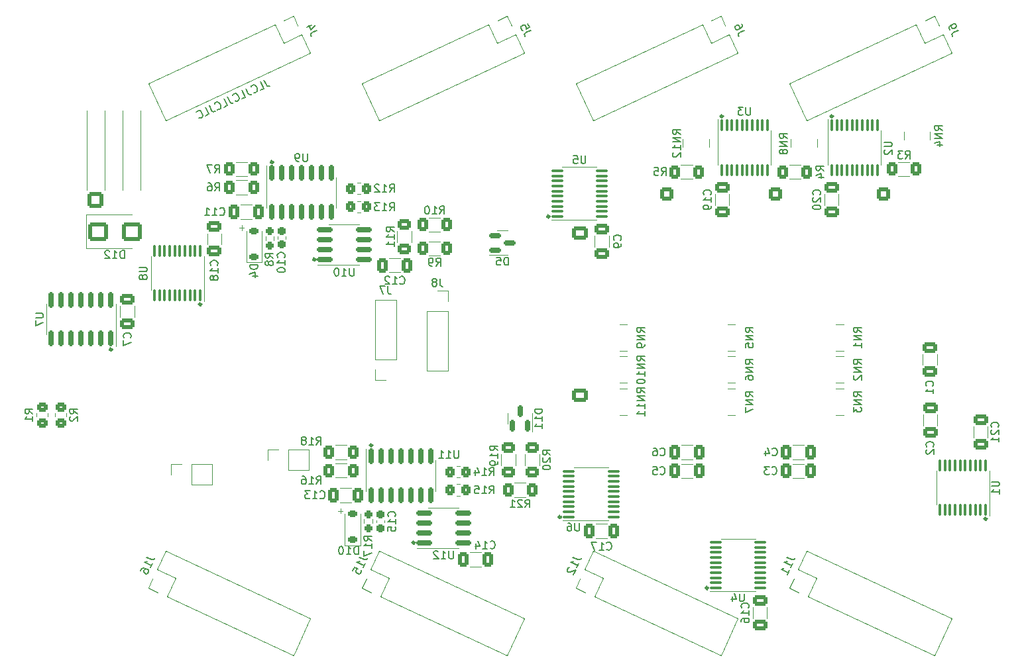
<source format=gbr>
%TF.GenerationSoftware,KiCad,Pcbnew,7.0.7*%
%TF.CreationDate,2023-11-17T22:33:44+01:00*%
%TF.ProjectId,LITEXCNC-HUB75HAT,4c495445-5843-44e4-932d-485542373548,rev?*%
%TF.SameCoordinates,Original*%
%TF.FileFunction,Legend,Bot*%
%TF.FilePolarity,Positive*%
%FSLAX46Y46*%
G04 Gerber Fmt 4.6, Leading zero omitted, Abs format (unit mm)*
G04 Created by KiCad (PCBNEW 7.0.7) date 2023-11-17 22:33:44*
%MOMM*%
%LPD*%
G01*
G04 APERTURE LIST*
G04 Aperture macros list*
%AMRoundRect*
0 Rectangle with rounded corners*
0 $1 Rounding radius*
0 $2 $3 $4 $5 $6 $7 $8 $9 X,Y pos of 4 corners*
0 Add a 4 corners polygon primitive as box body*
4,1,4,$2,$3,$4,$5,$6,$7,$8,$9,$2,$3,0*
0 Add four circle primitives for the rounded corners*
1,1,$1+$1,$2,$3*
1,1,$1+$1,$4,$5*
1,1,$1+$1,$6,$7*
1,1,$1+$1,$8,$9*
0 Add four rect primitives between the rounded corners*
20,1,$1+$1,$2,$3,$4,$5,0*
20,1,$1+$1,$4,$5,$6,$7,0*
20,1,$1+$1,$6,$7,$8,$9,0*
20,1,$1+$1,$8,$9,$2,$3,0*%
%AMHorizOval*
0 Thick line with rounded ends*
0 $1 width*
0 $2 $3 position (X,Y) of the first rounded end (center of the circle)*
0 $4 $5 position (X,Y) of the second rounded end (center of the circle)*
0 Add line between two ends*
20,1,$1,$2,$3,$4,$5,0*
0 Add two circle primitives to create the rounded ends*
1,1,$1,$2,$3*
1,1,$1,$4,$5*%
%AMRotRect*
0 Rectangle, with rotation*
0 The origin of the aperture is its center*
0 $1 length*
0 $2 width*
0 $3 Rotation angle, in degrees counterclockwise*
0 Add horizontal line*
21,1,$1,$2,0,0,$3*%
G04 Aperture macros list end*
%ADD10C,0.150000*%
%ADD11C,0.120000*%
%ADD12C,0.304000*%
%ADD13R,1.700000X1.700000*%
%ADD14O,1.700000X1.700000*%
%ADD15RoundRect,0.250000X-0.600000X-0.600000X0.600000X-0.600000X0.600000X0.600000X-0.600000X0.600000X0*%
%ADD16C,1.700000*%
%ADD17RoundRect,0.250000X-0.750000X0.600000X-0.750000X-0.600000X0.750000X-0.600000X0.750000X0.600000X0*%
%ADD18O,2.000000X1.700000*%
%ADD19C,3.100000*%
%ADD20C,4.700000*%
%ADD21RoundRect,0.250000X-1.000000X-0.900000X1.000000X-0.900000X1.000000X0.900000X-1.000000X0.900000X0*%
%ADD22R,1.000000X0.500000*%
%ADD23R,1.000000X0.400000*%
%ADD24R,0.500000X1.000000*%
%ADD25R,0.400000X1.000000*%
%ADD26RoundRect,0.250000X-0.650000X0.412500X-0.650000X-0.412500X0.650000X-0.412500X0.650000X0.412500X0*%
%ADD27RoundRect,0.225000X0.375000X-0.225000X0.375000X0.225000X-0.375000X0.225000X-0.375000X-0.225000X0*%
%ADD28RoundRect,0.250000X0.625000X-0.400000X0.625000X0.400000X-0.625000X0.400000X-0.625000X-0.400000X0*%
%ADD29RoundRect,0.150000X0.150000X-0.825000X0.150000X0.825000X-0.150000X0.825000X-0.150000X-0.825000X0*%
%ADD30RoundRect,0.250000X-0.400000X-0.625000X0.400000X-0.625000X0.400000X0.625000X-0.400000X0.625000X0*%
%ADD31RoundRect,0.250000X0.412500X0.650000X-0.412500X0.650000X-0.412500X-0.650000X0.412500X-0.650000X0*%
%ADD32RoundRect,0.250000X-0.412500X-0.650000X0.412500X-0.650000X0.412500X0.650000X-0.412500X0.650000X0*%
%ADD33RotRect,1.700000X1.700000X115.000000*%
%ADD34HorizOval,1.700000X0.000000X0.000000X0.000000X0.000000X0*%
%ADD35RoundRect,0.250000X-0.350000X-0.450000X0.350000X-0.450000X0.350000X0.450000X-0.350000X0.450000X0*%
%ADD36RotRect,1.700000X1.700000X245.000000*%
%ADD37HorizOval,1.700000X0.000000X0.000000X0.000000X0.000000X0*%
%ADD38RoundRect,0.250000X-0.625000X0.400000X-0.625000X-0.400000X0.625000X-0.400000X0.625000X0.400000X0*%
%ADD39RoundRect,0.237500X0.237500X-0.250000X0.237500X0.250000X-0.237500X0.250000X-0.237500X-0.250000X0*%
%ADD40RoundRect,0.250000X0.650000X-0.412500X0.650000X0.412500X-0.650000X0.412500X-0.650000X-0.412500X0*%
%ADD41RoundRect,0.100000X-0.637500X-0.100000X0.637500X-0.100000X0.637500X0.100000X-0.637500X0.100000X0*%
%ADD42RoundRect,0.250000X0.400000X0.625000X-0.400000X0.625000X-0.400000X-0.625000X0.400000X-0.625000X0*%
%ADD43RoundRect,0.237500X-0.237500X0.300000X-0.237500X-0.300000X0.237500X-0.300000X0.237500X0.300000X0*%
%ADD44RoundRect,0.150000X-0.150000X0.825000X-0.150000X-0.825000X0.150000X-0.825000X0.150000X0.825000X0*%
%ADD45RoundRect,0.150000X0.150000X-0.587500X0.150000X0.587500X-0.150000X0.587500X-0.150000X-0.587500X0*%
%ADD46RoundRect,0.100000X-0.100000X0.637500X-0.100000X-0.637500X0.100000X-0.637500X0.100000X0.637500X0*%
%ADD47RoundRect,0.100000X0.100000X-0.637500X0.100000X0.637500X-0.100000X0.637500X-0.100000X-0.637500X0*%
%ADD48RoundRect,0.250000X-0.450000X0.350000X-0.450000X-0.350000X0.450000X-0.350000X0.450000X0.350000X0*%
%ADD49RoundRect,0.150000X-0.587500X-0.150000X0.587500X-0.150000X0.587500X0.150000X-0.587500X0.150000X0*%
%ADD50C,2.600000*%
%ADD51RoundRect,0.250001X-0.799999X-0.799999X0.799999X-0.799999X0.799999X0.799999X-0.799999X0.799999X0*%
%ADD52C,2.100000*%
%ADD53RoundRect,0.150000X-0.825000X-0.150000X0.825000X-0.150000X0.825000X0.150000X-0.825000X0.150000X0*%
G04 APERTURE END LIST*
D10*
X48955876Y78446195D02*
X49257746Y77798833D01*
X49257746Y77798833D02*
X49361277Y77689485D01*
X49361277Y77689485D02*
X49487842Y77643419D01*
X49487842Y77643419D02*
X49637439Y77660636D01*
X49637439Y77660636D02*
X49723754Y77700885D01*
X48515343Y77137394D02*
X48946919Y77338641D01*
X48946919Y77338641D02*
X48524300Y78244949D01*
X47655101Y76841340D02*
X47718383Y76818307D01*
X47718383Y76818307D02*
X47867981Y76835524D01*
X47867981Y76835524D02*
X47954296Y76875773D01*
X47954296Y76875773D02*
X48063643Y76979305D01*
X48063643Y76979305D02*
X48109709Y77105869D01*
X48109709Y77105869D02*
X48112617Y77212309D01*
X48112617Y77212309D02*
X48075276Y77405063D01*
X48075276Y77405063D02*
X48014902Y77534536D01*
X48014902Y77534536D02*
X47891246Y77687041D01*
X47891246Y77687041D02*
X47807839Y77753232D01*
X47807839Y77753232D02*
X47681275Y77799297D01*
X47681275Y77799297D02*
X47531677Y77782081D01*
X47531677Y77782081D02*
X47445362Y77741832D01*
X47445362Y77741832D02*
X47336014Y77638300D01*
X47336014Y77638300D02*
X47312982Y77575018D01*
X46625370Y77359463D02*
X46927240Y76712100D01*
X46927240Y76712100D02*
X47030771Y76602752D01*
X47030771Y76602752D02*
X47157336Y76556686D01*
X47157336Y76556686D02*
X47306933Y76573903D01*
X47306933Y76573903D02*
X47393248Y76614152D01*
X46184837Y76050661D02*
X46616412Y76251908D01*
X46616412Y76251908D02*
X46193794Y77158216D01*
X45324595Y75754607D02*
X45387877Y75731574D01*
X45387877Y75731574D02*
X45537474Y75748791D01*
X45537474Y75748791D02*
X45623789Y75789040D01*
X45623789Y75789040D02*
X45733137Y75892572D01*
X45733137Y75892572D02*
X45779203Y76019136D01*
X45779203Y76019136D02*
X45782111Y76125576D01*
X45782111Y76125576D02*
X45744770Y76318331D01*
X45744770Y76318331D02*
X45684396Y76447803D01*
X45684396Y76447803D02*
X45560740Y76600309D01*
X45560740Y76600309D02*
X45477333Y76666499D01*
X45477333Y76666499D02*
X45350768Y76712565D01*
X45350768Y76712565D02*
X45201171Y76695348D01*
X45201171Y76695348D02*
X45114856Y76655099D01*
X45114856Y76655099D02*
X45005508Y76551567D01*
X45005508Y76551567D02*
X44982475Y76488285D01*
X44294863Y76272730D02*
X44596734Y75625367D01*
X44596734Y75625367D02*
X44700265Y75516019D01*
X44700265Y75516019D02*
X44826830Y75469954D01*
X44826830Y75469954D02*
X44976427Y75487170D01*
X44976427Y75487170D02*
X45062742Y75527419D01*
X43854331Y74963928D02*
X44285906Y75165175D01*
X44285906Y75165175D02*
X43863288Y76071483D01*
X42994089Y74667874D02*
X43057371Y74644842D01*
X43057371Y74644842D02*
X43206968Y74662058D01*
X43206968Y74662058D02*
X43293283Y74702307D01*
X43293283Y74702307D02*
X43402631Y74805839D01*
X43402631Y74805839D02*
X43448697Y74932403D01*
X43448697Y74932403D02*
X43451605Y75038843D01*
X43451605Y75038843D02*
X43414264Y75231598D01*
X43414264Y75231598D02*
X43353890Y75361070D01*
X43353890Y75361070D02*
X43230234Y75513576D01*
X43230234Y75513576D02*
X43146827Y75579766D01*
X43146827Y75579766D02*
X43020262Y75625832D01*
X43020262Y75625832D02*
X42870665Y75608615D01*
X42870665Y75608615D02*
X42784350Y75568366D01*
X42784350Y75568366D02*
X42675002Y75464834D01*
X42675002Y75464834D02*
X42651969Y75401552D01*
X41964357Y75185997D02*
X42266227Y74538634D01*
X42266227Y74538634D02*
X42369759Y74429286D01*
X42369759Y74429286D02*
X42496323Y74383221D01*
X42496323Y74383221D02*
X42645921Y74400437D01*
X42645921Y74400437D02*
X42732236Y74440687D01*
X41523825Y73877195D02*
X41955400Y74078442D01*
X41955400Y74078442D02*
X41532782Y74984750D01*
X40663583Y73581141D02*
X40726865Y73558109D01*
X40726865Y73558109D02*
X40876462Y73575325D01*
X40876462Y73575325D02*
X40962777Y73615575D01*
X40962777Y73615575D02*
X41072125Y73719106D01*
X41072125Y73719106D02*
X41118191Y73845670D01*
X41118191Y73845670D02*
X41121099Y73952110D01*
X41121099Y73952110D02*
X41083758Y74144865D01*
X41083758Y74144865D02*
X41023384Y74274337D01*
X41023384Y74274337D02*
X40899727Y74426843D01*
X40899727Y74426843D02*
X40816321Y74493033D01*
X40816321Y74493033D02*
X40689756Y74539099D01*
X40689756Y74539099D02*
X40540159Y74521882D01*
X40540159Y74521882D02*
X40453844Y74481633D01*
X40453844Y74481633D02*
X40344496Y74378101D01*
X40344496Y74378101D02*
X40321463Y74314819D01*
D11*
X59039376Y23337706D02*
X58429853Y23337706D01*
X58734614Y23032944D02*
X58734614Y23642468D01*
X46440976Y59533706D02*
X45831453Y59533706D01*
X46136214Y59228944D02*
X46136214Y59838468D01*
D10*
X31128285Y55619180D02*
X31128285Y56619180D01*
X31128285Y56619180D02*
X30890190Y56619180D01*
X30890190Y56619180D02*
X30747333Y56571561D01*
X30747333Y56571561D02*
X30652095Y56476323D01*
X30652095Y56476323D02*
X30604476Y56381085D01*
X30604476Y56381085D02*
X30556857Y56190609D01*
X30556857Y56190609D02*
X30556857Y56047752D01*
X30556857Y56047752D02*
X30604476Y55857276D01*
X30604476Y55857276D02*
X30652095Y55762038D01*
X30652095Y55762038D02*
X30747333Y55666800D01*
X30747333Y55666800D02*
X30890190Y55619180D01*
X30890190Y55619180D02*
X31128285Y55619180D01*
X29604476Y55619180D02*
X30175904Y55619180D01*
X29890190Y55619180D02*
X29890190Y56619180D01*
X29890190Y56619180D02*
X29985428Y56476323D01*
X29985428Y56476323D02*
X30080666Y56381085D01*
X30080666Y56381085D02*
X30175904Y56333466D01*
X29223523Y56523942D02*
X29175904Y56571561D01*
X29175904Y56571561D02*
X29080666Y56619180D01*
X29080666Y56619180D02*
X28842571Y56619180D01*
X28842571Y56619180D02*
X28747333Y56571561D01*
X28747333Y56571561D02*
X28699714Y56523942D01*
X28699714Y56523942D02*
X28652095Y56428704D01*
X28652095Y56428704D02*
X28652095Y56333466D01*
X28652095Y56333466D02*
X28699714Y56190609D01*
X28699714Y56190609D02*
X29271142Y55619180D01*
X29271142Y55619180D02*
X28652095Y55619180D01*
X97593619Y46200876D02*
X97117428Y46534209D01*
X97593619Y46772304D02*
X96593619Y46772304D01*
X96593619Y46772304D02*
X96593619Y46391352D01*
X96593619Y46391352D02*
X96641238Y46296114D01*
X96641238Y46296114D02*
X96688857Y46248495D01*
X96688857Y46248495D02*
X96784095Y46200876D01*
X96784095Y46200876D02*
X96926952Y46200876D01*
X96926952Y46200876D02*
X97022190Y46248495D01*
X97022190Y46248495D02*
X97069809Y46296114D01*
X97069809Y46296114D02*
X97117428Y46391352D01*
X97117428Y46391352D02*
X97117428Y46772304D01*
X97593619Y45772304D02*
X96593619Y45772304D01*
X96593619Y45772304D02*
X97593619Y45200876D01*
X97593619Y45200876D02*
X96593619Y45200876D01*
X97593619Y44677066D02*
X97593619Y44486590D01*
X97593619Y44486590D02*
X97546000Y44391352D01*
X97546000Y44391352D02*
X97498380Y44343733D01*
X97498380Y44343733D02*
X97355523Y44248495D01*
X97355523Y44248495D02*
X97165047Y44200876D01*
X97165047Y44200876D02*
X96784095Y44200876D01*
X96784095Y44200876D02*
X96688857Y44248495D01*
X96688857Y44248495D02*
X96641238Y44296114D01*
X96641238Y44296114D02*
X96593619Y44391352D01*
X96593619Y44391352D02*
X96593619Y44581828D01*
X96593619Y44581828D02*
X96641238Y44677066D01*
X96641238Y44677066D02*
X96688857Y44724685D01*
X96688857Y44724685D02*
X96784095Y44772304D01*
X96784095Y44772304D02*
X97022190Y44772304D01*
X97022190Y44772304D02*
X97117428Y44724685D01*
X97117428Y44724685D02*
X97165047Y44677066D01*
X97165047Y44677066D02*
X97212666Y44581828D01*
X97212666Y44581828D02*
X97212666Y44391352D01*
X97212666Y44391352D02*
X97165047Y44296114D01*
X97165047Y44296114D02*
X97117428Y44248495D01*
X97117428Y44248495D02*
X97022190Y44200876D01*
X135648819Y72007276D02*
X135172628Y72340609D01*
X135648819Y72578704D02*
X134648819Y72578704D01*
X134648819Y72578704D02*
X134648819Y72197752D01*
X134648819Y72197752D02*
X134696438Y72102514D01*
X134696438Y72102514D02*
X134744057Y72054895D01*
X134744057Y72054895D02*
X134839295Y72007276D01*
X134839295Y72007276D02*
X134982152Y72007276D01*
X134982152Y72007276D02*
X135077390Y72054895D01*
X135077390Y72054895D02*
X135125009Y72102514D01*
X135125009Y72102514D02*
X135172628Y72197752D01*
X135172628Y72197752D02*
X135172628Y72578704D01*
X135648819Y71578704D02*
X134648819Y71578704D01*
X134648819Y71578704D02*
X135648819Y71007276D01*
X135648819Y71007276D02*
X134648819Y71007276D01*
X134982152Y70102514D02*
X135648819Y70102514D01*
X134601200Y70340609D02*
X135315485Y70578704D01*
X135315485Y70578704D02*
X135315485Y69959657D01*
X110837580Y10948857D02*
X110885200Y10996476D01*
X110885200Y10996476D02*
X110932819Y11139333D01*
X110932819Y11139333D02*
X110932819Y11234571D01*
X110932819Y11234571D02*
X110885200Y11377428D01*
X110885200Y11377428D02*
X110789961Y11472666D01*
X110789961Y11472666D02*
X110694723Y11520285D01*
X110694723Y11520285D02*
X110504247Y11567904D01*
X110504247Y11567904D02*
X110361390Y11567904D01*
X110361390Y11567904D02*
X110170914Y11520285D01*
X110170914Y11520285D02*
X110075676Y11472666D01*
X110075676Y11472666D02*
X109980438Y11377428D01*
X109980438Y11377428D02*
X109932819Y11234571D01*
X109932819Y11234571D02*
X109932819Y11139333D01*
X109932819Y11139333D02*
X109980438Y10996476D01*
X109980438Y10996476D02*
X110028057Y10948857D01*
X110932819Y9996476D02*
X110932819Y10567904D01*
X110932819Y10282190D02*
X109932819Y10282190D01*
X109932819Y10282190D02*
X110075676Y10377428D01*
X110075676Y10377428D02*
X110170914Y10472666D01*
X110170914Y10472666D02*
X110218533Y10567904D01*
X109932819Y9139333D02*
X109932819Y9329809D01*
X109932819Y9329809D02*
X109980438Y9425047D01*
X109980438Y9425047D02*
X110028057Y9472666D01*
X110028057Y9472666D02*
X110170914Y9567904D01*
X110170914Y9567904D02*
X110361390Y9615523D01*
X110361390Y9615523D02*
X110742342Y9615523D01*
X110742342Y9615523D02*
X110837580Y9567904D01*
X110837580Y9567904D02*
X110885200Y9520285D01*
X110885200Y9520285D02*
X110932819Y9425047D01*
X110932819Y9425047D02*
X110932819Y9234571D01*
X110932819Y9234571D02*
X110885200Y9139333D01*
X110885200Y9139333D02*
X110837580Y9091714D01*
X110837580Y9091714D02*
X110742342Y9044095D01*
X110742342Y9044095D02*
X110504247Y9044095D01*
X110504247Y9044095D02*
X110409009Y9091714D01*
X110409009Y9091714D02*
X110361390Y9139333D01*
X110361390Y9139333D02*
X110313771Y9234571D01*
X110313771Y9234571D02*
X110313771Y9425047D01*
X110313771Y9425047D02*
X110361390Y9520285D01*
X110361390Y9520285D02*
X110409009Y9567904D01*
X110409009Y9567904D02*
X110504247Y9615523D01*
X48165219Y54782894D02*
X47165219Y54782894D01*
X47165219Y54782894D02*
X47165219Y54544799D01*
X47165219Y54544799D02*
X47212838Y54401942D01*
X47212838Y54401942D02*
X47308076Y54306704D01*
X47308076Y54306704D02*
X47403314Y54259085D01*
X47403314Y54259085D02*
X47593790Y54211466D01*
X47593790Y54211466D02*
X47736647Y54211466D01*
X47736647Y54211466D02*
X47927123Y54259085D01*
X47927123Y54259085D02*
X48022361Y54306704D01*
X48022361Y54306704D02*
X48117600Y54401942D01*
X48117600Y54401942D02*
X48165219Y54544799D01*
X48165219Y54544799D02*
X48165219Y54782894D01*
X47498552Y53354323D02*
X48165219Y53354323D01*
X47117600Y53592418D02*
X47831885Y53830513D01*
X47831885Y53830513D02*
X47831885Y53211466D01*
X97593619Y38447466D02*
X97117428Y38780799D01*
X97593619Y39018894D02*
X96593619Y39018894D01*
X96593619Y39018894D02*
X96593619Y38637942D01*
X96593619Y38637942D02*
X96641238Y38542704D01*
X96641238Y38542704D02*
X96688857Y38495085D01*
X96688857Y38495085D02*
X96784095Y38447466D01*
X96784095Y38447466D02*
X96926952Y38447466D01*
X96926952Y38447466D02*
X97022190Y38495085D01*
X97022190Y38495085D02*
X97069809Y38542704D01*
X97069809Y38542704D02*
X97117428Y38637942D01*
X97117428Y38637942D02*
X97117428Y39018894D01*
X97593619Y38018894D02*
X96593619Y38018894D01*
X96593619Y38018894D02*
X97593619Y37447466D01*
X97593619Y37447466D02*
X96593619Y37447466D01*
X97593619Y36447466D02*
X97593619Y37018894D01*
X97593619Y36733180D02*
X96593619Y36733180D01*
X96593619Y36733180D02*
X96736476Y36828418D01*
X96736476Y36828418D02*
X96831714Y36923656D01*
X96831714Y36923656D02*
X96879333Y37018894D01*
X97593619Y35495085D02*
X97593619Y36066513D01*
X97593619Y35780799D02*
X96593619Y35780799D01*
X96593619Y35780799D02*
X96736476Y35876037D01*
X96736476Y35876037D02*
X96831714Y35971275D01*
X96831714Y35971275D02*
X96879333Y36066513D01*
X65589619Y59056457D02*
X65113428Y59389790D01*
X65589619Y59627885D02*
X64589619Y59627885D01*
X64589619Y59627885D02*
X64589619Y59246933D01*
X64589619Y59246933D02*
X64637238Y59151695D01*
X64637238Y59151695D02*
X64684857Y59104076D01*
X64684857Y59104076D02*
X64780095Y59056457D01*
X64780095Y59056457D02*
X64922952Y59056457D01*
X64922952Y59056457D02*
X65018190Y59104076D01*
X65018190Y59104076D02*
X65065809Y59151695D01*
X65065809Y59151695D02*
X65113428Y59246933D01*
X65113428Y59246933D02*
X65113428Y59627885D01*
X65589619Y58104076D02*
X65589619Y58675504D01*
X65589619Y58389790D02*
X64589619Y58389790D01*
X64589619Y58389790D02*
X64732476Y58485028D01*
X64732476Y58485028D02*
X64827714Y58580266D01*
X64827714Y58580266D02*
X64875333Y58675504D01*
X65589619Y57151695D02*
X65589619Y57723123D01*
X65589619Y57437409D02*
X64589619Y57437409D01*
X64589619Y57437409D02*
X64732476Y57532647D01*
X64732476Y57532647D02*
X64827714Y57627885D01*
X64827714Y57627885D02*
X64875333Y57723123D01*
X119981580Y63780857D02*
X120029200Y63828476D01*
X120029200Y63828476D02*
X120076819Y63971333D01*
X120076819Y63971333D02*
X120076819Y64066571D01*
X120076819Y64066571D02*
X120029200Y64209428D01*
X120029200Y64209428D02*
X119933961Y64304666D01*
X119933961Y64304666D02*
X119838723Y64352285D01*
X119838723Y64352285D02*
X119648247Y64399904D01*
X119648247Y64399904D02*
X119505390Y64399904D01*
X119505390Y64399904D02*
X119314914Y64352285D01*
X119314914Y64352285D02*
X119219676Y64304666D01*
X119219676Y64304666D02*
X119124438Y64209428D01*
X119124438Y64209428D02*
X119076819Y64066571D01*
X119076819Y64066571D02*
X119076819Y63971333D01*
X119076819Y63971333D02*
X119124438Y63828476D01*
X119124438Y63828476D02*
X119172057Y63780857D01*
X119172057Y63399904D02*
X119124438Y63352285D01*
X119124438Y63352285D02*
X119076819Y63257047D01*
X119076819Y63257047D02*
X119076819Y63018952D01*
X119076819Y63018952D02*
X119124438Y62923714D01*
X119124438Y62923714D02*
X119172057Y62876095D01*
X119172057Y62876095D02*
X119267295Y62828476D01*
X119267295Y62828476D02*
X119362533Y62828476D01*
X119362533Y62828476D02*
X119505390Y62876095D01*
X119505390Y62876095D02*
X120076819Y63447523D01*
X120076819Y63447523D02*
X120076819Y62828476D01*
X119076819Y62209428D02*
X119076819Y62114190D01*
X119076819Y62114190D02*
X119124438Y62018952D01*
X119124438Y62018952D02*
X119172057Y61971333D01*
X119172057Y61971333D02*
X119267295Y61923714D01*
X119267295Y61923714D02*
X119457771Y61876095D01*
X119457771Y61876095D02*
X119695866Y61876095D01*
X119695866Y61876095D02*
X119886342Y61923714D01*
X119886342Y61923714D02*
X119981580Y61971333D01*
X119981580Y61971333D02*
X120029200Y62018952D01*
X120029200Y62018952D02*
X120076819Y62114190D01*
X120076819Y62114190D02*
X120076819Y62209428D01*
X120076819Y62209428D02*
X120029200Y62304666D01*
X120029200Y62304666D02*
X119981580Y62352285D01*
X119981580Y62352285D02*
X119886342Y62399904D01*
X119886342Y62399904D02*
X119695866Y62447523D01*
X119695866Y62447523D02*
X119457771Y62447523D01*
X119457771Y62447523D02*
X119267295Y62399904D01*
X119267295Y62399904D02*
X119172057Y62352285D01*
X119172057Y62352285D02*
X119124438Y62304666D01*
X119124438Y62304666D02*
X119076819Y62209428D01*
X19784019Y48609104D02*
X20593542Y48609104D01*
X20593542Y48609104D02*
X20688780Y48561485D01*
X20688780Y48561485D02*
X20736400Y48513866D01*
X20736400Y48513866D02*
X20784019Y48418628D01*
X20784019Y48418628D02*
X20784019Y48228152D01*
X20784019Y48228152D02*
X20736400Y48132914D01*
X20736400Y48132914D02*
X20688780Y48085295D01*
X20688780Y48085295D02*
X20593542Y48037676D01*
X20593542Y48037676D02*
X19784019Y48037676D01*
X19784019Y47656723D02*
X19784019Y46990057D01*
X19784019Y46990057D02*
X20784019Y47418628D01*
X71453333Y53040180D02*
X71453333Y52325895D01*
X71453333Y52325895D02*
X71500952Y52183038D01*
X71500952Y52183038D02*
X71596190Y52087800D01*
X71596190Y52087800D02*
X71739047Y52040180D01*
X71739047Y52040180D02*
X71834285Y52040180D01*
X70834285Y52611609D02*
X70929523Y52659228D01*
X70929523Y52659228D02*
X70977142Y52706847D01*
X70977142Y52706847D02*
X71024761Y52802085D01*
X71024761Y52802085D02*
X71024761Y52849704D01*
X71024761Y52849704D02*
X70977142Y52944942D01*
X70977142Y52944942D02*
X70929523Y52992561D01*
X70929523Y52992561D02*
X70834285Y53040180D01*
X70834285Y53040180D02*
X70643809Y53040180D01*
X70643809Y53040180D02*
X70548571Y52992561D01*
X70548571Y52992561D02*
X70500952Y52944942D01*
X70500952Y52944942D02*
X70453333Y52849704D01*
X70453333Y52849704D02*
X70453333Y52802085D01*
X70453333Y52802085D02*
X70500952Y52706847D01*
X70500952Y52706847D02*
X70548571Y52659228D01*
X70548571Y52659228D02*
X70643809Y52611609D01*
X70643809Y52611609D02*
X70834285Y52611609D01*
X70834285Y52611609D02*
X70929523Y52563990D01*
X70929523Y52563990D02*
X70977142Y52516371D01*
X70977142Y52516371D02*
X71024761Y52421133D01*
X71024761Y52421133D02*
X71024761Y52230657D01*
X71024761Y52230657D02*
X70977142Y52135419D01*
X70977142Y52135419D02*
X70929523Y52087800D01*
X70929523Y52087800D02*
X70834285Y52040180D01*
X70834285Y52040180D02*
X70643809Y52040180D01*
X70643809Y52040180D02*
X70548571Y52087800D01*
X70548571Y52087800D02*
X70500952Y52135419D01*
X70500952Y52135419D02*
X70453333Y52230657D01*
X70453333Y52230657D02*
X70453333Y52421133D01*
X70453333Y52421133D02*
X70500952Y52516371D01*
X70500952Y52516371D02*
X70548571Y52563990D01*
X70548571Y52563990D02*
X70643809Y52611609D01*
X102165619Y71518266D02*
X101689428Y71851599D01*
X102165619Y72089694D02*
X101165619Y72089694D01*
X101165619Y72089694D02*
X101165619Y71708742D01*
X101165619Y71708742D02*
X101213238Y71613504D01*
X101213238Y71613504D02*
X101260857Y71565885D01*
X101260857Y71565885D02*
X101356095Y71518266D01*
X101356095Y71518266D02*
X101498952Y71518266D01*
X101498952Y71518266D02*
X101594190Y71565885D01*
X101594190Y71565885D02*
X101641809Y71613504D01*
X101641809Y71613504D02*
X101689428Y71708742D01*
X101689428Y71708742D02*
X101689428Y72089694D01*
X102165619Y71089694D02*
X101165619Y71089694D01*
X101165619Y71089694D02*
X102165619Y70518266D01*
X102165619Y70518266D02*
X101165619Y70518266D01*
X102165619Y69518266D02*
X102165619Y70089694D01*
X102165619Y69803980D02*
X101165619Y69803980D01*
X101165619Y69803980D02*
X101308476Y69899218D01*
X101308476Y69899218D02*
X101403714Y69994456D01*
X101403714Y69994456D02*
X101451333Y70089694D01*
X101260857Y69137313D02*
X101213238Y69089694D01*
X101213238Y69089694D02*
X101165619Y68994456D01*
X101165619Y68994456D02*
X101165619Y68756361D01*
X101165619Y68756361D02*
X101213238Y68661123D01*
X101213238Y68661123D02*
X101260857Y68613504D01*
X101260857Y68613504D02*
X101356095Y68565885D01*
X101356095Y68565885D02*
X101451333Y68565885D01*
X101451333Y68565885D02*
X101594190Y68613504D01*
X101594190Y68613504D02*
X102165619Y69184932D01*
X102165619Y69184932D02*
X102165619Y68565885D01*
X42695466Y64257980D02*
X43028799Y64734171D01*
X43266894Y64257980D02*
X43266894Y65257980D01*
X43266894Y65257980D02*
X42885942Y65257980D01*
X42885942Y65257980D02*
X42790704Y65210361D01*
X42790704Y65210361D02*
X42743085Y65162742D01*
X42743085Y65162742D02*
X42695466Y65067504D01*
X42695466Y65067504D02*
X42695466Y64924647D01*
X42695466Y64924647D02*
X42743085Y64829409D01*
X42743085Y64829409D02*
X42790704Y64781790D01*
X42790704Y64781790D02*
X42885942Y64734171D01*
X42885942Y64734171D02*
X43266894Y64734171D01*
X41838323Y65257980D02*
X42028799Y65257980D01*
X42028799Y65257980D02*
X42124037Y65210361D01*
X42124037Y65210361D02*
X42171656Y65162742D01*
X42171656Y65162742D02*
X42266894Y65019885D01*
X42266894Y65019885D02*
X42314513Y64829409D01*
X42314513Y64829409D02*
X42314513Y64448457D01*
X42314513Y64448457D02*
X42266894Y64353219D01*
X42266894Y64353219D02*
X42219275Y64305600D01*
X42219275Y64305600D02*
X42124037Y64257980D01*
X42124037Y64257980D02*
X41933561Y64257980D01*
X41933561Y64257980D02*
X41838323Y64305600D01*
X41838323Y64305600D02*
X41790704Y64353219D01*
X41790704Y64353219D02*
X41743085Y64448457D01*
X41743085Y64448457D02*
X41743085Y64686552D01*
X41743085Y64686552D02*
X41790704Y64781790D01*
X41790704Y64781790D02*
X41838323Y64829409D01*
X41838323Y64829409D02*
X41933561Y64877028D01*
X41933561Y64877028D02*
X42124037Y64877028D01*
X42124037Y64877028D02*
X42219275Y64829409D01*
X42219275Y64829409D02*
X42266894Y64781790D01*
X42266894Y64781790D02*
X42314513Y64686552D01*
X56125657Y24983219D02*
X56173276Y24935600D01*
X56173276Y24935600D02*
X56316133Y24887980D01*
X56316133Y24887980D02*
X56411371Y24887980D01*
X56411371Y24887980D02*
X56554228Y24935600D01*
X56554228Y24935600D02*
X56649466Y25030838D01*
X56649466Y25030838D02*
X56697085Y25126076D01*
X56697085Y25126076D02*
X56744704Y25316552D01*
X56744704Y25316552D02*
X56744704Y25459409D01*
X56744704Y25459409D02*
X56697085Y25649885D01*
X56697085Y25649885D02*
X56649466Y25745123D01*
X56649466Y25745123D02*
X56554228Y25840361D01*
X56554228Y25840361D02*
X56411371Y25887980D01*
X56411371Y25887980D02*
X56316133Y25887980D01*
X56316133Y25887980D02*
X56173276Y25840361D01*
X56173276Y25840361D02*
X56125657Y25792742D01*
X55173276Y24887980D02*
X55744704Y24887980D01*
X55458990Y24887980D02*
X55458990Y25887980D01*
X55458990Y25887980D02*
X55554228Y25745123D01*
X55554228Y25745123D02*
X55649466Y25649885D01*
X55649466Y25649885D02*
X55744704Y25602266D01*
X54839942Y25887980D02*
X54220895Y25887980D01*
X54220895Y25887980D02*
X54554228Y25507028D01*
X54554228Y25507028D02*
X54411371Y25507028D01*
X54411371Y25507028D02*
X54316133Y25459409D01*
X54316133Y25459409D02*
X54268514Y25411790D01*
X54268514Y25411790D02*
X54220895Y25316552D01*
X54220895Y25316552D02*
X54220895Y25078457D01*
X54220895Y25078457D02*
X54268514Y24983219D01*
X54268514Y24983219D02*
X54316133Y24935600D01*
X54316133Y24935600D02*
X54411371Y24887980D01*
X54411371Y24887980D02*
X54697085Y24887980D01*
X54697085Y24887980D02*
X54792323Y24935600D01*
X54792323Y24935600D02*
X54839942Y24983219D01*
X77868057Y18582419D02*
X77915676Y18534800D01*
X77915676Y18534800D02*
X78058533Y18487180D01*
X78058533Y18487180D02*
X78153771Y18487180D01*
X78153771Y18487180D02*
X78296628Y18534800D01*
X78296628Y18534800D02*
X78391866Y18630038D01*
X78391866Y18630038D02*
X78439485Y18725276D01*
X78439485Y18725276D02*
X78487104Y18915752D01*
X78487104Y18915752D02*
X78487104Y19058609D01*
X78487104Y19058609D02*
X78439485Y19249085D01*
X78439485Y19249085D02*
X78391866Y19344323D01*
X78391866Y19344323D02*
X78296628Y19439561D01*
X78296628Y19439561D02*
X78153771Y19487180D01*
X78153771Y19487180D02*
X78058533Y19487180D01*
X78058533Y19487180D02*
X77915676Y19439561D01*
X77915676Y19439561D02*
X77868057Y19391942D01*
X76915676Y18487180D02*
X77487104Y18487180D01*
X77201390Y18487180D02*
X77201390Y19487180D01*
X77201390Y19487180D02*
X77296628Y19344323D01*
X77296628Y19344323D02*
X77391866Y19249085D01*
X77391866Y19249085D02*
X77487104Y19201466D01*
X76058533Y19153847D02*
X76058533Y18487180D01*
X76296628Y19534800D02*
X76534723Y18820514D01*
X76534723Y18820514D02*
X75915676Y18820514D01*
X55752171Y84783941D02*
X55104808Y84482071D01*
X55104808Y84482071D02*
X54995460Y84378539D01*
X54995460Y84378539D02*
X54949395Y84251975D01*
X54949395Y84251975D02*
X54966611Y84102378D01*
X54966611Y84102378D02*
X55006861Y84016063D01*
X55067699Y85463061D02*
X54463494Y85181316D01*
X55513583Y85408271D02*
X54966844Y84890614D01*
X54966844Y84890614D02*
X54705223Y85451661D01*
X111462019Y46200876D02*
X110985828Y46534209D01*
X111462019Y46772304D02*
X110462019Y46772304D01*
X110462019Y46772304D02*
X110462019Y46391352D01*
X110462019Y46391352D02*
X110509638Y46296114D01*
X110509638Y46296114D02*
X110557257Y46248495D01*
X110557257Y46248495D02*
X110652495Y46200876D01*
X110652495Y46200876D02*
X110795352Y46200876D01*
X110795352Y46200876D02*
X110890590Y46248495D01*
X110890590Y46248495D02*
X110938209Y46296114D01*
X110938209Y46296114D02*
X110985828Y46391352D01*
X110985828Y46391352D02*
X110985828Y46772304D01*
X111462019Y45772304D02*
X110462019Y45772304D01*
X110462019Y45772304D02*
X111462019Y45200876D01*
X111462019Y45200876D02*
X110462019Y45200876D01*
X110462019Y44248495D02*
X110462019Y44724685D01*
X110462019Y44724685D02*
X110938209Y44772304D01*
X110938209Y44772304D02*
X110890590Y44724685D01*
X110890590Y44724685D02*
X110842971Y44629447D01*
X110842971Y44629447D02*
X110842971Y44391352D01*
X110842971Y44391352D02*
X110890590Y44296114D01*
X110890590Y44296114D02*
X110938209Y44248495D01*
X110938209Y44248495D02*
X111033447Y44200876D01*
X111033447Y44200876D02*
X111271542Y44200876D01*
X111271542Y44200876D02*
X111366780Y44248495D01*
X111366780Y44248495D02*
X111414400Y44296114D01*
X111414400Y44296114D02*
X111462019Y44391352D01*
X111462019Y44391352D02*
X111462019Y44629447D01*
X111462019Y44629447D02*
X111414400Y44724685D01*
X111414400Y44724685D02*
X111366780Y44772304D01*
X55668457Y26767580D02*
X56001790Y27243771D01*
X56239885Y26767580D02*
X56239885Y27767580D01*
X56239885Y27767580D02*
X55858933Y27767580D01*
X55858933Y27767580D02*
X55763695Y27719961D01*
X55763695Y27719961D02*
X55716076Y27672342D01*
X55716076Y27672342D02*
X55668457Y27577104D01*
X55668457Y27577104D02*
X55668457Y27434247D01*
X55668457Y27434247D02*
X55716076Y27339009D01*
X55716076Y27339009D02*
X55763695Y27291390D01*
X55763695Y27291390D02*
X55858933Y27243771D01*
X55858933Y27243771D02*
X56239885Y27243771D01*
X54716076Y26767580D02*
X55287504Y26767580D01*
X55001790Y26767580D02*
X55001790Y27767580D01*
X55001790Y27767580D02*
X55097028Y27624723D01*
X55097028Y27624723D02*
X55192266Y27529485D01*
X55192266Y27529485D02*
X55287504Y27481866D01*
X53858933Y27767580D02*
X54049409Y27767580D01*
X54049409Y27767580D02*
X54144647Y27719961D01*
X54144647Y27719961D02*
X54192266Y27672342D01*
X54192266Y27672342D02*
X54287504Y27529485D01*
X54287504Y27529485D02*
X54335123Y27339009D01*
X54335123Y27339009D02*
X54335123Y26958057D01*
X54335123Y26958057D02*
X54287504Y26862819D01*
X54287504Y26862819D02*
X54239885Y26815200D01*
X54239885Y26815200D02*
X54144647Y26767580D01*
X54144647Y26767580D02*
X53954171Y26767580D01*
X53954171Y26767580D02*
X53858933Y26815200D01*
X53858933Y26815200D02*
X53811314Y26862819D01*
X53811314Y26862819D02*
X53763695Y26958057D01*
X53763695Y26958057D02*
X53763695Y27196152D01*
X53763695Y27196152D02*
X53811314Y27291390D01*
X53811314Y27291390D02*
X53858933Y27339009D01*
X53858933Y27339009D02*
X53954171Y27386628D01*
X53954171Y27386628D02*
X54144647Y27386628D01*
X54144647Y27386628D02*
X54239885Y27339009D01*
X54239885Y27339009D02*
X54287504Y27291390D01*
X54287504Y27291390D02*
X54335123Y27196152D01*
X77766457Y27885180D02*
X78099790Y28361371D01*
X78337885Y27885180D02*
X78337885Y28885180D01*
X78337885Y28885180D02*
X77956933Y28885180D01*
X77956933Y28885180D02*
X77861695Y28837561D01*
X77861695Y28837561D02*
X77814076Y28789942D01*
X77814076Y28789942D02*
X77766457Y28694704D01*
X77766457Y28694704D02*
X77766457Y28551847D01*
X77766457Y28551847D02*
X77814076Y28456609D01*
X77814076Y28456609D02*
X77861695Y28408990D01*
X77861695Y28408990D02*
X77956933Y28361371D01*
X77956933Y28361371D02*
X78337885Y28361371D01*
X76814076Y27885180D02*
X77385504Y27885180D01*
X77099790Y27885180D02*
X77099790Y28885180D01*
X77099790Y28885180D02*
X77195028Y28742323D01*
X77195028Y28742323D02*
X77290266Y28647085D01*
X77290266Y28647085D02*
X77385504Y28599466D01*
X75956933Y28551847D02*
X75956933Y27885180D01*
X76195028Y28932800D02*
X76433123Y28218514D01*
X76433123Y28218514D02*
X75814076Y28218514D01*
X88440118Y17403896D02*
X89087481Y17102026D01*
X89087481Y17102026D02*
X89237078Y17084810D01*
X89237078Y17084810D02*
X89363642Y17130875D01*
X89363642Y17130875D02*
X89467174Y17240223D01*
X89467174Y17240223D02*
X89507423Y17326538D01*
X88923808Y16074970D02*
X89165304Y16592860D01*
X89044556Y16333915D02*
X88138248Y16756533D01*
X88138248Y16756533D02*
X88307970Y16782474D01*
X88307970Y16782474D02*
X88434534Y16828540D01*
X88434534Y16828540D02*
X88517941Y16894730D01*
X87942817Y16112079D02*
X87879535Y16089046D01*
X87879535Y16089046D02*
X87796128Y16022856D01*
X87796128Y16022856D02*
X87695505Y15807068D01*
X87695505Y15807068D02*
X87698413Y15700628D01*
X87698413Y15700628D02*
X87721446Y15637346D01*
X87721446Y15637346D02*
X87787636Y15553939D01*
X87787636Y15553939D02*
X87873951Y15513690D01*
X87873951Y15513690D02*
X88023548Y15496473D01*
X88023548Y15496473D02*
X88782935Y15772867D01*
X88782935Y15772867D02*
X88521314Y15211820D01*
X99743866Y66239180D02*
X100077199Y66715371D01*
X100315294Y66239180D02*
X100315294Y67239180D01*
X100315294Y67239180D02*
X99934342Y67239180D01*
X99934342Y67239180D02*
X99839104Y67191561D01*
X99839104Y67191561D02*
X99791485Y67143942D01*
X99791485Y67143942D02*
X99743866Y67048704D01*
X99743866Y67048704D02*
X99743866Y66905847D01*
X99743866Y66905847D02*
X99791485Y66810609D01*
X99791485Y66810609D02*
X99839104Y66762990D01*
X99839104Y66762990D02*
X99934342Y66715371D01*
X99934342Y66715371D02*
X100315294Y66715371D01*
X98839104Y67239180D02*
X99315294Y67239180D01*
X99315294Y67239180D02*
X99362913Y66762990D01*
X99362913Y66762990D02*
X99315294Y66810609D01*
X99315294Y66810609D02*
X99220056Y66858228D01*
X99220056Y66858228D02*
X98981961Y66858228D01*
X98981961Y66858228D02*
X98886723Y66810609D01*
X98886723Y66810609D02*
X98839104Y66762990D01*
X98839104Y66762990D02*
X98791485Y66667752D01*
X98791485Y66667752D02*
X98791485Y66429657D01*
X98791485Y66429657D02*
X98839104Y66334419D01*
X98839104Y66334419D02*
X98886723Y66286800D01*
X98886723Y66286800D02*
X98981961Y66239180D01*
X98981961Y66239180D02*
X99220056Y66239180D01*
X99220056Y66239180D02*
X99315294Y66286800D01*
X99315294Y66286800D02*
X99362913Y66334419D01*
X78848419Y31065657D02*
X78372228Y31398990D01*
X78848419Y31637085D02*
X77848419Y31637085D01*
X77848419Y31637085D02*
X77848419Y31256133D01*
X77848419Y31256133D02*
X77896038Y31160895D01*
X77896038Y31160895D02*
X77943657Y31113276D01*
X77943657Y31113276D02*
X78038895Y31065657D01*
X78038895Y31065657D02*
X78181752Y31065657D01*
X78181752Y31065657D02*
X78276990Y31113276D01*
X78276990Y31113276D02*
X78324609Y31160895D01*
X78324609Y31160895D02*
X78372228Y31256133D01*
X78372228Y31256133D02*
X78372228Y31637085D01*
X78848419Y30113276D02*
X78848419Y30684704D01*
X78848419Y30398990D02*
X77848419Y30398990D01*
X77848419Y30398990D02*
X77991276Y30494228D01*
X77991276Y30494228D02*
X78086514Y30589466D01*
X78086514Y30589466D02*
X78134133Y30684704D01*
X78848419Y29637085D02*
X78848419Y29446609D01*
X78848419Y29446609D02*
X78800800Y29351371D01*
X78800800Y29351371D02*
X78753180Y29303752D01*
X78753180Y29303752D02*
X78610323Y29208514D01*
X78610323Y29208514D02*
X78419847Y29160895D01*
X78419847Y29160895D02*
X78038895Y29160895D01*
X78038895Y29160895D02*
X77943657Y29208514D01*
X77943657Y29208514D02*
X77896038Y29256133D01*
X77896038Y29256133D02*
X77848419Y29351371D01*
X77848419Y29351371D02*
X77848419Y29541847D01*
X77848419Y29541847D02*
X77896038Y29637085D01*
X77896038Y29637085D02*
X77943657Y29684704D01*
X77943657Y29684704D02*
X78038895Y29732323D01*
X78038895Y29732323D02*
X78276990Y29732323D01*
X78276990Y29732323D02*
X78372228Y29684704D01*
X78372228Y29684704D02*
X78419847Y29637085D01*
X78419847Y29637085D02*
X78467466Y29541847D01*
X78467466Y29541847D02*
X78467466Y29351371D01*
X78467466Y29351371D02*
X78419847Y29256133D01*
X78419847Y29256133D02*
X78372228Y29208514D01*
X78372228Y29208514D02*
X78276990Y29160895D01*
X99591466Y30469619D02*
X99639085Y30422000D01*
X99639085Y30422000D02*
X99781942Y30374380D01*
X99781942Y30374380D02*
X99877180Y30374380D01*
X99877180Y30374380D02*
X100020037Y30422000D01*
X100020037Y30422000D02*
X100115275Y30517238D01*
X100115275Y30517238D02*
X100162894Y30612476D01*
X100162894Y30612476D02*
X100210513Y30802952D01*
X100210513Y30802952D02*
X100210513Y30945809D01*
X100210513Y30945809D02*
X100162894Y31136285D01*
X100162894Y31136285D02*
X100115275Y31231523D01*
X100115275Y31231523D02*
X100020037Y31326761D01*
X100020037Y31326761D02*
X99877180Y31374380D01*
X99877180Y31374380D02*
X99781942Y31374380D01*
X99781942Y31374380D02*
X99639085Y31326761D01*
X99639085Y31326761D02*
X99591466Y31279142D01*
X98734323Y31374380D02*
X98924799Y31374380D01*
X98924799Y31374380D02*
X99020037Y31326761D01*
X99020037Y31326761D02*
X99067656Y31279142D01*
X99067656Y31279142D02*
X99162894Y31136285D01*
X99162894Y31136285D02*
X99210513Y30945809D01*
X99210513Y30945809D02*
X99210513Y30564857D01*
X99210513Y30564857D02*
X99162894Y30469619D01*
X99162894Y30469619D02*
X99115275Y30422000D01*
X99115275Y30422000D02*
X99020037Y30374380D01*
X99020037Y30374380D02*
X98829561Y30374380D01*
X98829561Y30374380D02*
X98734323Y30422000D01*
X98734323Y30422000D02*
X98686704Y30469619D01*
X98686704Y30469619D02*
X98639085Y30564857D01*
X98639085Y30564857D02*
X98639085Y30802952D01*
X98639085Y30802952D02*
X98686704Y30898190D01*
X98686704Y30898190D02*
X98734323Y30945809D01*
X98734323Y30945809D02*
X98829561Y30993428D01*
X98829561Y30993428D02*
X99020037Y30993428D01*
X99020037Y30993428D02*
X99115275Y30945809D01*
X99115275Y30945809D02*
X99162894Y30898190D01*
X99162894Y30898190D02*
X99210513Y30802952D01*
X31915580Y45473866D02*
X31963200Y45521485D01*
X31963200Y45521485D02*
X32010819Y45664342D01*
X32010819Y45664342D02*
X32010819Y45759580D01*
X32010819Y45759580D02*
X31963200Y45902437D01*
X31963200Y45902437D02*
X31867961Y45997675D01*
X31867961Y45997675D02*
X31772723Y46045294D01*
X31772723Y46045294D02*
X31582247Y46092913D01*
X31582247Y46092913D02*
X31439390Y46092913D01*
X31439390Y46092913D02*
X31248914Y46045294D01*
X31248914Y46045294D02*
X31153676Y45997675D01*
X31153676Y45997675D02*
X31058438Y45902437D01*
X31058438Y45902437D02*
X31010819Y45759580D01*
X31010819Y45759580D02*
X31010819Y45664342D01*
X31010819Y45664342D02*
X31058438Y45521485D01*
X31058438Y45521485D02*
X31106057Y45473866D01*
X31010819Y45140532D02*
X31010819Y44473866D01*
X31010819Y44473866D02*
X32010819Y44902437D01*
X50146419Y55684666D02*
X49670228Y56017999D01*
X50146419Y56256094D02*
X49146419Y56256094D01*
X49146419Y56256094D02*
X49146419Y55875142D01*
X49146419Y55875142D02*
X49194038Y55779904D01*
X49194038Y55779904D02*
X49241657Y55732285D01*
X49241657Y55732285D02*
X49336895Y55684666D01*
X49336895Y55684666D02*
X49479752Y55684666D01*
X49479752Y55684666D02*
X49574990Y55732285D01*
X49574990Y55732285D02*
X49622609Y55779904D01*
X49622609Y55779904D02*
X49670228Y55875142D01*
X49670228Y55875142D02*
X49670228Y56256094D01*
X49574990Y55113237D02*
X49527371Y55208475D01*
X49527371Y55208475D02*
X49479752Y55256094D01*
X49479752Y55256094D02*
X49384514Y55303713D01*
X49384514Y55303713D02*
X49336895Y55303713D01*
X49336895Y55303713D02*
X49241657Y55256094D01*
X49241657Y55256094D02*
X49194038Y55208475D01*
X49194038Y55208475D02*
X49146419Y55113237D01*
X49146419Y55113237D02*
X49146419Y54922761D01*
X49146419Y54922761D02*
X49194038Y54827523D01*
X49194038Y54827523D02*
X49241657Y54779904D01*
X49241657Y54779904D02*
X49336895Y54732285D01*
X49336895Y54732285D02*
X49384514Y54732285D01*
X49384514Y54732285D02*
X49479752Y54779904D01*
X49479752Y54779904D02*
X49527371Y54827523D01*
X49527371Y54827523D02*
X49574990Y54922761D01*
X49574990Y54922761D02*
X49574990Y55113237D01*
X49574990Y55113237D02*
X49622609Y55208475D01*
X49622609Y55208475D02*
X49670228Y55256094D01*
X49670228Y55256094D02*
X49765466Y55303713D01*
X49765466Y55303713D02*
X49955942Y55303713D01*
X49955942Y55303713D02*
X50051180Y55256094D01*
X50051180Y55256094D02*
X50098800Y55208475D01*
X50098800Y55208475D02*
X50146419Y55113237D01*
X50146419Y55113237D02*
X50146419Y54922761D01*
X50146419Y54922761D02*
X50098800Y54827523D01*
X50098800Y54827523D02*
X50051180Y54779904D01*
X50051180Y54779904D02*
X49955942Y54732285D01*
X49955942Y54732285D02*
X49765466Y54732285D01*
X49765466Y54732285D02*
X49670228Y54779904D01*
X49670228Y54779904D02*
X49622609Y54827523D01*
X49622609Y54827523D02*
X49574990Y54922761D01*
X115745118Y17403896D02*
X116392481Y17102026D01*
X116392481Y17102026D02*
X116542078Y17084810D01*
X116542078Y17084810D02*
X116668642Y17130875D01*
X116668642Y17130875D02*
X116772174Y17240223D01*
X116772174Y17240223D02*
X116812423Y17326538D01*
X116228808Y16074970D02*
X116470304Y16592860D01*
X116349556Y16333915D02*
X115443248Y16756533D01*
X115443248Y16756533D02*
X115612970Y16782474D01*
X115612970Y16782474D02*
X115739534Y16828540D01*
X115739534Y16828540D02*
X115822941Y16894730D01*
X115826314Y15211820D02*
X116067810Y15729710D01*
X115947062Y15470765D02*
X115040754Y15893383D01*
X115040754Y15893383D02*
X115210476Y15919324D01*
X115210476Y15919324D02*
X115337041Y15965390D01*
X115337041Y15965390D02*
X115420447Y16031580D01*
X134404580Y39301666D02*
X134452200Y39349285D01*
X134452200Y39349285D02*
X134499819Y39492142D01*
X134499819Y39492142D02*
X134499819Y39587380D01*
X134499819Y39587380D02*
X134452200Y39730237D01*
X134452200Y39730237D02*
X134356961Y39825475D01*
X134356961Y39825475D02*
X134261723Y39873094D01*
X134261723Y39873094D02*
X134071247Y39920713D01*
X134071247Y39920713D02*
X133928390Y39920713D01*
X133928390Y39920713D02*
X133737914Y39873094D01*
X133737914Y39873094D02*
X133642676Y39825475D01*
X133642676Y39825475D02*
X133547438Y39730237D01*
X133547438Y39730237D02*
X133499819Y39587380D01*
X133499819Y39587380D02*
X133499819Y39492142D01*
X133499819Y39492142D02*
X133547438Y39349285D01*
X133547438Y39349285D02*
X133595057Y39301666D01*
X134499819Y38349285D02*
X134499819Y38920713D01*
X134499819Y38634999D02*
X133499819Y38634999D01*
X133499819Y38634999D02*
X133642676Y38730237D01*
X133642676Y38730237D02*
X133737914Y38825475D01*
X133737914Y38825475D02*
X133785533Y38920713D01*
X113853966Y28082019D02*
X113901585Y28034400D01*
X113901585Y28034400D02*
X114044442Y27986780D01*
X114044442Y27986780D02*
X114139680Y27986780D01*
X114139680Y27986780D02*
X114282537Y28034400D01*
X114282537Y28034400D02*
X114377775Y28129638D01*
X114377775Y28129638D02*
X114425394Y28224876D01*
X114425394Y28224876D02*
X114473013Y28415352D01*
X114473013Y28415352D02*
X114473013Y28558209D01*
X114473013Y28558209D02*
X114425394Y28748685D01*
X114425394Y28748685D02*
X114377775Y28843923D01*
X114377775Y28843923D02*
X114282537Y28939161D01*
X114282537Y28939161D02*
X114139680Y28986780D01*
X114139680Y28986780D02*
X114044442Y28986780D01*
X114044442Y28986780D02*
X113901585Y28939161D01*
X113901585Y28939161D02*
X113853966Y28891542D01*
X113520632Y28986780D02*
X112901585Y28986780D01*
X112901585Y28986780D02*
X113234918Y28605828D01*
X113234918Y28605828D02*
X113092061Y28605828D01*
X113092061Y28605828D02*
X112996823Y28558209D01*
X112996823Y28558209D02*
X112949204Y28510590D01*
X112949204Y28510590D02*
X112901585Y28415352D01*
X112901585Y28415352D02*
X112901585Y28177257D01*
X112901585Y28177257D02*
X112949204Y28082019D01*
X112949204Y28082019D02*
X112996823Y28034400D01*
X112996823Y28034400D02*
X113092061Y27986780D01*
X113092061Y27986780D02*
X113377775Y27986780D01*
X113377775Y27986780D02*
X113473013Y28034400D01*
X113473013Y28034400D02*
X113520632Y28082019D01*
X90044404Y68763180D02*
X90044404Y67953657D01*
X90044404Y67953657D02*
X89996785Y67858419D01*
X89996785Y67858419D02*
X89949166Y67810800D01*
X89949166Y67810800D02*
X89853928Y67763180D01*
X89853928Y67763180D02*
X89663452Y67763180D01*
X89663452Y67763180D02*
X89568214Y67810800D01*
X89568214Y67810800D02*
X89520595Y67858419D01*
X89520595Y67858419D02*
X89472976Y67953657D01*
X89472976Y67953657D02*
X89472976Y68763180D01*
X88520595Y68763180D02*
X88996785Y68763180D01*
X88996785Y68763180D02*
X89044404Y68286990D01*
X89044404Y68286990D02*
X88996785Y68334609D01*
X88996785Y68334609D02*
X88901547Y68382228D01*
X88901547Y68382228D02*
X88663452Y68382228D01*
X88663452Y68382228D02*
X88568214Y68334609D01*
X88568214Y68334609D02*
X88520595Y68286990D01*
X88520595Y68286990D02*
X88472976Y68191752D01*
X88472976Y68191752D02*
X88472976Y67953657D01*
X88472976Y67953657D02*
X88520595Y67858419D01*
X88520595Y67858419D02*
X88568214Y67810800D01*
X88568214Y67810800D02*
X88663452Y67763180D01*
X88663452Y67763180D02*
X88901547Y67763180D01*
X88901547Y67763180D02*
X88996785Y67810800D01*
X88996785Y67810800D02*
X89044404Y67858419D01*
X97593619Y42562266D02*
X97117428Y42895599D01*
X97593619Y43133694D02*
X96593619Y43133694D01*
X96593619Y43133694D02*
X96593619Y42752742D01*
X96593619Y42752742D02*
X96641238Y42657504D01*
X96641238Y42657504D02*
X96688857Y42609885D01*
X96688857Y42609885D02*
X96784095Y42562266D01*
X96784095Y42562266D02*
X96926952Y42562266D01*
X96926952Y42562266D02*
X97022190Y42609885D01*
X97022190Y42609885D02*
X97069809Y42657504D01*
X97069809Y42657504D02*
X97117428Y42752742D01*
X97117428Y42752742D02*
X97117428Y43133694D01*
X97593619Y42133694D02*
X96593619Y42133694D01*
X96593619Y42133694D02*
X97593619Y41562266D01*
X97593619Y41562266D02*
X96593619Y41562266D01*
X97593619Y40562266D02*
X97593619Y41133694D01*
X97593619Y40847980D02*
X96593619Y40847980D01*
X96593619Y40847980D02*
X96736476Y40943218D01*
X96736476Y40943218D02*
X96831714Y41038456D01*
X96831714Y41038456D02*
X96879333Y41133694D01*
X96593619Y39943218D02*
X96593619Y39847980D01*
X96593619Y39847980D02*
X96641238Y39752742D01*
X96641238Y39752742D02*
X96688857Y39705123D01*
X96688857Y39705123D02*
X96784095Y39657504D01*
X96784095Y39657504D02*
X96974571Y39609885D01*
X96974571Y39609885D02*
X97212666Y39609885D01*
X97212666Y39609885D02*
X97403142Y39657504D01*
X97403142Y39657504D02*
X97498380Y39705123D01*
X97498380Y39705123D02*
X97546000Y39752742D01*
X97546000Y39752742D02*
X97593619Y39847980D01*
X97593619Y39847980D02*
X97593619Y39943218D01*
X97593619Y39943218D02*
X97546000Y40038456D01*
X97546000Y40038456D02*
X97498380Y40086075D01*
X97498380Y40086075D02*
X97403142Y40133694D01*
X97403142Y40133694D02*
X97212666Y40181313D01*
X97212666Y40181313D02*
X96974571Y40181313D01*
X96974571Y40181313D02*
X96784095Y40133694D01*
X96784095Y40133694D02*
X96688857Y40086075D01*
X96688857Y40086075D02*
X96641238Y40038456D01*
X96641238Y40038456D02*
X96593619Y39943218D01*
X115830819Y70991276D02*
X115354628Y71324609D01*
X115830819Y71562704D02*
X114830819Y71562704D01*
X114830819Y71562704D02*
X114830819Y71181752D01*
X114830819Y71181752D02*
X114878438Y71086514D01*
X114878438Y71086514D02*
X114926057Y71038895D01*
X114926057Y71038895D02*
X115021295Y70991276D01*
X115021295Y70991276D02*
X115164152Y70991276D01*
X115164152Y70991276D02*
X115259390Y71038895D01*
X115259390Y71038895D02*
X115307009Y71086514D01*
X115307009Y71086514D02*
X115354628Y71181752D01*
X115354628Y71181752D02*
X115354628Y71562704D01*
X115830819Y70562704D02*
X114830819Y70562704D01*
X114830819Y70562704D02*
X115830819Y69991276D01*
X115830819Y69991276D02*
X114830819Y69991276D01*
X115259390Y69372228D02*
X115211771Y69467466D01*
X115211771Y69467466D02*
X115164152Y69515085D01*
X115164152Y69515085D02*
X115068914Y69562704D01*
X115068914Y69562704D02*
X115021295Y69562704D01*
X115021295Y69562704D02*
X114926057Y69515085D01*
X114926057Y69515085D02*
X114878438Y69467466D01*
X114878438Y69467466D02*
X114830819Y69372228D01*
X114830819Y69372228D02*
X114830819Y69181752D01*
X114830819Y69181752D02*
X114878438Y69086514D01*
X114878438Y69086514D02*
X114926057Y69038895D01*
X114926057Y69038895D02*
X115021295Y68991276D01*
X115021295Y68991276D02*
X115068914Y68991276D01*
X115068914Y68991276D02*
X115164152Y69038895D01*
X115164152Y69038895D02*
X115211771Y69086514D01*
X115211771Y69086514D02*
X115259390Y69181752D01*
X115259390Y69181752D02*
X115259390Y69372228D01*
X115259390Y69372228D02*
X115307009Y69467466D01*
X115307009Y69467466D02*
X115354628Y69515085D01*
X115354628Y69515085D02*
X115449866Y69562704D01*
X115449866Y69562704D02*
X115640342Y69562704D01*
X115640342Y69562704D02*
X115735580Y69515085D01*
X115735580Y69515085D02*
X115783200Y69467466D01*
X115783200Y69467466D02*
X115830819Y69372228D01*
X115830819Y69372228D02*
X115830819Y69181752D01*
X115830819Y69181752D02*
X115783200Y69086514D01*
X115783200Y69086514D02*
X115735580Y69038895D01*
X115735580Y69038895D02*
X115640342Y68991276D01*
X115640342Y68991276D02*
X115449866Y68991276D01*
X115449866Y68991276D02*
X115354628Y69038895D01*
X115354628Y69038895D02*
X115307009Y69086514D01*
X115307009Y69086514D02*
X115259390Y69181752D01*
X71416457Y61311580D02*
X71749790Y61787771D01*
X71987885Y61311580D02*
X71987885Y62311580D01*
X71987885Y62311580D02*
X71606933Y62311580D01*
X71606933Y62311580D02*
X71511695Y62263961D01*
X71511695Y62263961D02*
X71464076Y62216342D01*
X71464076Y62216342D02*
X71416457Y62121104D01*
X71416457Y62121104D02*
X71416457Y61978247D01*
X71416457Y61978247D02*
X71464076Y61883009D01*
X71464076Y61883009D02*
X71511695Y61835390D01*
X71511695Y61835390D02*
X71606933Y61787771D01*
X71606933Y61787771D02*
X71987885Y61787771D01*
X70464076Y61311580D02*
X71035504Y61311580D01*
X70749790Y61311580D02*
X70749790Y62311580D01*
X70749790Y62311580D02*
X70845028Y62168723D01*
X70845028Y62168723D02*
X70940266Y62073485D01*
X70940266Y62073485D02*
X71035504Y62025866D01*
X69845028Y62311580D02*
X69749790Y62311580D01*
X69749790Y62311580D02*
X69654552Y62263961D01*
X69654552Y62263961D02*
X69606933Y62216342D01*
X69606933Y62216342D02*
X69559314Y62121104D01*
X69559314Y62121104D02*
X69511695Y61930628D01*
X69511695Y61930628D02*
X69511695Y61692533D01*
X69511695Y61692533D02*
X69559314Y61502057D01*
X69559314Y61502057D02*
X69606933Y61406819D01*
X69606933Y61406819D02*
X69654552Y61359200D01*
X69654552Y61359200D02*
X69749790Y61311580D01*
X69749790Y61311580D02*
X69845028Y61311580D01*
X69845028Y61311580D02*
X69940266Y61359200D01*
X69940266Y61359200D02*
X69987885Y61406819D01*
X69987885Y61406819D02*
X70035504Y61502057D01*
X70035504Y61502057D02*
X70083123Y61692533D01*
X70083123Y61692533D02*
X70083123Y61930628D01*
X70083123Y61930628D02*
X70035504Y62121104D01*
X70035504Y62121104D02*
X69987885Y62216342D01*
X69987885Y62216342D02*
X69940266Y62263961D01*
X69940266Y62263961D02*
X69845028Y62311580D01*
X82338457Y23770380D02*
X82671790Y24246571D01*
X82909885Y23770380D02*
X82909885Y24770380D01*
X82909885Y24770380D02*
X82528933Y24770380D01*
X82528933Y24770380D02*
X82433695Y24722761D01*
X82433695Y24722761D02*
X82386076Y24675142D01*
X82386076Y24675142D02*
X82338457Y24579904D01*
X82338457Y24579904D02*
X82338457Y24437047D01*
X82338457Y24437047D02*
X82386076Y24341809D01*
X82386076Y24341809D02*
X82433695Y24294190D01*
X82433695Y24294190D02*
X82528933Y24246571D01*
X82528933Y24246571D02*
X82909885Y24246571D01*
X81957504Y24675142D02*
X81909885Y24722761D01*
X81909885Y24722761D02*
X81814647Y24770380D01*
X81814647Y24770380D02*
X81576552Y24770380D01*
X81576552Y24770380D02*
X81481314Y24722761D01*
X81481314Y24722761D02*
X81433695Y24675142D01*
X81433695Y24675142D02*
X81386076Y24579904D01*
X81386076Y24579904D02*
X81386076Y24484666D01*
X81386076Y24484666D02*
X81433695Y24341809D01*
X81433695Y24341809D02*
X82005123Y23770380D01*
X82005123Y23770380D02*
X81386076Y23770380D01*
X80433695Y23770380D02*
X81005123Y23770380D01*
X80719409Y23770380D02*
X80719409Y24770380D01*
X80719409Y24770380D02*
X80814647Y24627523D01*
X80814647Y24627523D02*
X80909885Y24532285D01*
X80909885Y24532285D02*
X81005123Y24484666D01*
X55668457Y31796780D02*
X56001790Y32272971D01*
X56239885Y31796780D02*
X56239885Y32796780D01*
X56239885Y32796780D02*
X55858933Y32796780D01*
X55858933Y32796780D02*
X55763695Y32749161D01*
X55763695Y32749161D02*
X55716076Y32701542D01*
X55716076Y32701542D02*
X55668457Y32606304D01*
X55668457Y32606304D02*
X55668457Y32463447D01*
X55668457Y32463447D02*
X55716076Y32368209D01*
X55716076Y32368209D02*
X55763695Y32320590D01*
X55763695Y32320590D02*
X55858933Y32272971D01*
X55858933Y32272971D02*
X56239885Y32272971D01*
X54716076Y31796780D02*
X55287504Y31796780D01*
X55001790Y31796780D02*
X55001790Y32796780D01*
X55001790Y32796780D02*
X55097028Y32653923D01*
X55097028Y32653923D02*
X55192266Y32558685D01*
X55192266Y32558685D02*
X55287504Y32511066D01*
X54144647Y32368209D02*
X54239885Y32415828D01*
X54239885Y32415828D02*
X54287504Y32463447D01*
X54287504Y32463447D02*
X54335123Y32558685D01*
X54335123Y32558685D02*
X54335123Y32606304D01*
X54335123Y32606304D02*
X54287504Y32701542D01*
X54287504Y32701542D02*
X54239885Y32749161D01*
X54239885Y32749161D02*
X54144647Y32796780D01*
X54144647Y32796780D02*
X53954171Y32796780D01*
X53954171Y32796780D02*
X53858933Y32749161D01*
X53858933Y32749161D02*
X53811314Y32701542D01*
X53811314Y32701542D02*
X53763695Y32606304D01*
X53763695Y32606304D02*
X53763695Y32558685D01*
X53763695Y32558685D02*
X53811314Y32463447D01*
X53811314Y32463447D02*
X53858933Y32415828D01*
X53858933Y32415828D02*
X53954171Y32368209D01*
X53954171Y32368209D02*
X54144647Y32368209D01*
X54144647Y32368209D02*
X54239885Y32320590D01*
X54239885Y32320590D02*
X54287504Y32272971D01*
X54287504Y32272971D02*
X54335123Y32177733D01*
X54335123Y32177733D02*
X54335123Y31987257D01*
X54335123Y31987257D02*
X54287504Y31892019D01*
X54287504Y31892019D02*
X54239885Y31844400D01*
X54239885Y31844400D02*
X54144647Y31796780D01*
X54144647Y31796780D02*
X53954171Y31796780D01*
X53954171Y31796780D02*
X53858933Y31844400D01*
X53858933Y31844400D02*
X53811314Y31892019D01*
X53811314Y31892019D02*
X53763695Y31987257D01*
X53763695Y31987257D02*
X53763695Y32177733D01*
X53763695Y32177733D02*
X53811314Y32272971D01*
X53811314Y32272971D02*
X53858933Y32320590D01*
X53858933Y32320590D02*
X53954171Y32368209D01*
X65697580Y22632857D02*
X65745200Y22680476D01*
X65745200Y22680476D02*
X65792819Y22823333D01*
X65792819Y22823333D02*
X65792819Y22918571D01*
X65792819Y22918571D02*
X65745200Y23061428D01*
X65745200Y23061428D02*
X65649961Y23156666D01*
X65649961Y23156666D02*
X65554723Y23204285D01*
X65554723Y23204285D02*
X65364247Y23251904D01*
X65364247Y23251904D02*
X65221390Y23251904D01*
X65221390Y23251904D02*
X65030914Y23204285D01*
X65030914Y23204285D02*
X64935676Y23156666D01*
X64935676Y23156666D02*
X64840438Y23061428D01*
X64840438Y23061428D02*
X64792819Y22918571D01*
X64792819Y22918571D02*
X64792819Y22823333D01*
X64792819Y22823333D02*
X64840438Y22680476D01*
X64840438Y22680476D02*
X64888057Y22632857D01*
X65792819Y21680476D02*
X65792819Y22251904D01*
X65792819Y21966190D02*
X64792819Y21966190D01*
X64792819Y21966190D02*
X64935676Y22061428D01*
X64935676Y22061428D02*
X65030914Y22156666D01*
X65030914Y22156666D02*
X65078533Y22251904D01*
X64792819Y20775714D02*
X64792819Y21251904D01*
X64792819Y21251904D02*
X65269009Y21299523D01*
X65269009Y21299523D02*
X65221390Y21251904D01*
X65221390Y21251904D02*
X65173771Y21156666D01*
X65173771Y21156666D02*
X65173771Y20918571D01*
X65173771Y20918571D02*
X65221390Y20823333D01*
X65221390Y20823333D02*
X65269009Y20775714D01*
X65269009Y20775714D02*
X65364247Y20728095D01*
X65364247Y20728095D02*
X65602342Y20728095D01*
X65602342Y20728095D02*
X65697580Y20775714D01*
X65697580Y20775714D02*
X65745200Y20823333D01*
X65745200Y20823333D02*
X65792819Y20918571D01*
X65792819Y20918571D02*
X65792819Y21156666D01*
X65792819Y21156666D02*
X65745200Y21251904D01*
X65745200Y21251904D02*
X65697580Y21299523D01*
X66336457Y52415219D02*
X66384076Y52367600D01*
X66384076Y52367600D02*
X66526933Y52319980D01*
X66526933Y52319980D02*
X66622171Y52319980D01*
X66622171Y52319980D02*
X66765028Y52367600D01*
X66765028Y52367600D02*
X66860266Y52462838D01*
X66860266Y52462838D02*
X66907885Y52558076D01*
X66907885Y52558076D02*
X66955504Y52748552D01*
X66955504Y52748552D02*
X66955504Y52891409D01*
X66955504Y52891409D02*
X66907885Y53081885D01*
X66907885Y53081885D02*
X66860266Y53177123D01*
X66860266Y53177123D02*
X66765028Y53272361D01*
X66765028Y53272361D02*
X66622171Y53319980D01*
X66622171Y53319980D02*
X66526933Y53319980D01*
X66526933Y53319980D02*
X66384076Y53272361D01*
X66384076Y53272361D02*
X66336457Y53224742D01*
X65384076Y52319980D02*
X65955504Y52319980D01*
X65669790Y52319980D02*
X65669790Y53319980D01*
X65669790Y53319980D02*
X65765028Y53177123D01*
X65765028Y53177123D02*
X65860266Y53081885D01*
X65860266Y53081885D02*
X65955504Y53034266D01*
X65003123Y53224742D02*
X64955504Y53272361D01*
X64955504Y53272361D02*
X64860266Y53319980D01*
X64860266Y53319980D02*
X64622171Y53319980D01*
X64622171Y53319980D02*
X64526933Y53272361D01*
X64526933Y53272361D02*
X64479314Y53224742D01*
X64479314Y53224742D02*
X64431695Y53129504D01*
X64431695Y53129504D02*
X64431695Y53034266D01*
X64431695Y53034266D02*
X64479314Y52891409D01*
X64479314Y52891409D02*
X65050742Y52319980D01*
X65050742Y52319980D02*
X64431695Y52319980D01*
X54517504Y69017180D02*
X54517504Y68207657D01*
X54517504Y68207657D02*
X54469885Y68112419D01*
X54469885Y68112419D02*
X54422266Y68064800D01*
X54422266Y68064800D02*
X54327028Y68017180D01*
X54327028Y68017180D02*
X54136552Y68017180D01*
X54136552Y68017180D02*
X54041314Y68064800D01*
X54041314Y68064800D02*
X53993695Y68112419D01*
X53993695Y68112419D02*
X53946076Y68207657D01*
X53946076Y68207657D02*
X53946076Y69017180D01*
X53422266Y68017180D02*
X53231790Y68017180D01*
X53231790Y68017180D02*
X53136552Y68064800D01*
X53136552Y68064800D02*
X53088933Y68112419D01*
X53088933Y68112419D02*
X52993695Y68255276D01*
X52993695Y68255276D02*
X52946076Y68445752D01*
X52946076Y68445752D02*
X52946076Y68826704D01*
X52946076Y68826704D02*
X52993695Y68921942D01*
X52993695Y68921942D02*
X53041314Y68969561D01*
X53041314Y68969561D02*
X53136552Y69017180D01*
X53136552Y69017180D02*
X53327028Y69017180D01*
X53327028Y69017180D02*
X53422266Y68969561D01*
X53422266Y68969561D02*
X53469885Y68921942D01*
X53469885Y68921942D02*
X53517504Y68826704D01*
X53517504Y68826704D02*
X53517504Y68588609D01*
X53517504Y68588609D02*
X53469885Y68493371D01*
X53469885Y68493371D02*
X53422266Y68445752D01*
X53422266Y68445752D02*
X53327028Y68398133D01*
X53327028Y68398133D02*
X53136552Y68398133D01*
X53136552Y68398133D02*
X53041314Y68445752D01*
X53041314Y68445752D02*
X52993695Y68493371D01*
X52993695Y68493371D02*
X52946076Y68588609D01*
X106011580Y63780857D02*
X106059200Y63828476D01*
X106059200Y63828476D02*
X106106819Y63971333D01*
X106106819Y63971333D02*
X106106819Y64066571D01*
X106106819Y64066571D02*
X106059200Y64209428D01*
X106059200Y64209428D02*
X105963961Y64304666D01*
X105963961Y64304666D02*
X105868723Y64352285D01*
X105868723Y64352285D02*
X105678247Y64399904D01*
X105678247Y64399904D02*
X105535390Y64399904D01*
X105535390Y64399904D02*
X105344914Y64352285D01*
X105344914Y64352285D02*
X105249676Y64304666D01*
X105249676Y64304666D02*
X105154438Y64209428D01*
X105154438Y64209428D02*
X105106819Y64066571D01*
X105106819Y64066571D02*
X105106819Y63971333D01*
X105106819Y63971333D02*
X105154438Y63828476D01*
X105154438Y63828476D02*
X105202057Y63780857D01*
X106106819Y62828476D02*
X106106819Y63399904D01*
X106106819Y63114190D02*
X105106819Y63114190D01*
X105106819Y63114190D02*
X105249676Y63209428D01*
X105249676Y63209428D02*
X105344914Y63304666D01*
X105344914Y63304666D02*
X105392533Y63399904D01*
X106106819Y62352285D02*
X106106819Y62161809D01*
X106106819Y62161809D02*
X106059200Y62066571D01*
X106059200Y62066571D02*
X106011580Y62018952D01*
X106011580Y62018952D02*
X105868723Y61923714D01*
X105868723Y61923714D02*
X105678247Y61876095D01*
X105678247Y61876095D02*
X105297295Y61876095D01*
X105297295Y61876095D02*
X105202057Y61923714D01*
X105202057Y61923714D02*
X105154438Y61971333D01*
X105154438Y61971333D02*
X105106819Y62066571D01*
X105106819Y62066571D02*
X105106819Y62257047D01*
X105106819Y62257047D02*
X105154438Y62352285D01*
X105154438Y62352285D02*
X105202057Y62399904D01*
X105202057Y62399904D02*
X105297295Y62447523D01*
X105297295Y62447523D02*
X105535390Y62447523D01*
X105535390Y62447523D02*
X105630628Y62399904D01*
X105630628Y62399904D02*
X105678247Y62352285D01*
X105678247Y62352285D02*
X105725866Y62257047D01*
X105725866Y62257047D02*
X105725866Y62066571D01*
X105725866Y62066571D02*
X105678247Y61971333D01*
X105678247Y61971333D02*
X105630628Y61923714D01*
X105630628Y61923714D02*
X105535390Y61876095D01*
X65015657Y61717980D02*
X65348990Y62194171D01*
X65587085Y61717980D02*
X65587085Y62717980D01*
X65587085Y62717980D02*
X65206133Y62717980D01*
X65206133Y62717980D02*
X65110895Y62670361D01*
X65110895Y62670361D02*
X65063276Y62622742D01*
X65063276Y62622742D02*
X65015657Y62527504D01*
X65015657Y62527504D02*
X65015657Y62384647D01*
X65015657Y62384647D02*
X65063276Y62289409D01*
X65063276Y62289409D02*
X65110895Y62241790D01*
X65110895Y62241790D02*
X65206133Y62194171D01*
X65206133Y62194171D02*
X65587085Y62194171D01*
X64063276Y61717980D02*
X64634704Y61717980D01*
X64348990Y61717980D02*
X64348990Y62717980D01*
X64348990Y62717980D02*
X64444228Y62575123D01*
X64444228Y62575123D02*
X64539466Y62479885D01*
X64539466Y62479885D02*
X64634704Y62432266D01*
X63729942Y62717980D02*
X63110895Y62717980D01*
X63110895Y62717980D02*
X63444228Y62337028D01*
X63444228Y62337028D02*
X63301371Y62337028D01*
X63301371Y62337028D02*
X63206133Y62289409D01*
X63206133Y62289409D02*
X63158514Y62241790D01*
X63158514Y62241790D02*
X63110895Y62146552D01*
X63110895Y62146552D02*
X63110895Y61908457D01*
X63110895Y61908457D02*
X63158514Y61813219D01*
X63158514Y61813219D02*
X63206133Y61765600D01*
X63206133Y61765600D02*
X63301371Y61717980D01*
X63301371Y61717980D02*
X63587085Y61717980D01*
X63587085Y61717980D02*
X63682323Y61765600D01*
X63682323Y61765600D02*
X63729942Y61813219D01*
X134441580Y31554666D02*
X134489200Y31602285D01*
X134489200Y31602285D02*
X134536819Y31745142D01*
X134536819Y31745142D02*
X134536819Y31840380D01*
X134536819Y31840380D02*
X134489200Y31983237D01*
X134489200Y31983237D02*
X134393961Y32078475D01*
X134393961Y32078475D02*
X134298723Y32126094D01*
X134298723Y32126094D02*
X134108247Y32173713D01*
X134108247Y32173713D02*
X133965390Y32173713D01*
X133965390Y32173713D02*
X133774914Y32126094D01*
X133774914Y32126094D02*
X133679676Y32078475D01*
X133679676Y32078475D02*
X133584438Y31983237D01*
X133584438Y31983237D02*
X133536819Y31840380D01*
X133536819Y31840380D02*
X133536819Y31745142D01*
X133536819Y31745142D02*
X133584438Y31602285D01*
X133584438Y31602285D02*
X133632057Y31554666D01*
X133632057Y31173713D02*
X133584438Y31126094D01*
X133584438Y31126094D02*
X133536819Y31030856D01*
X133536819Y31030856D02*
X133536819Y30792761D01*
X133536819Y30792761D02*
X133584438Y30697523D01*
X133584438Y30697523D02*
X133632057Y30649904D01*
X133632057Y30649904D02*
X133727295Y30602285D01*
X133727295Y30602285D02*
X133822533Y30602285D01*
X133822533Y30602285D02*
X133965390Y30649904D01*
X133965390Y30649904D02*
X134536819Y31221332D01*
X134536819Y31221332D02*
X134536819Y30602285D01*
X73840494Y31069580D02*
X73840494Y30260057D01*
X73840494Y30260057D02*
X73792875Y30164819D01*
X73792875Y30164819D02*
X73745256Y30117200D01*
X73745256Y30117200D02*
X73650018Y30069580D01*
X73650018Y30069580D02*
X73459542Y30069580D01*
X73459542Y30069580D02*
X73364304Y30117200D01*
X73364304Y30117200D02*
X73316685Y30164819D01*
X73316685Y30164819D02*
X73269066Y30260057D01*
X73269066Y30260057D02*
X73269066Y31069580D01*
X72269066Y30069580D02*
X72840494Y30069580D01*
X72554780Y30069580D02*
X72554780Y31069580D01*
X72554780Y31069580D02*
X72650018Y30926723D01*
X72650018Y30926723D02*
X72745256Y30831485D01*
X72745256Y30831485D02*
X72840494Y30783866D01*
X71316685Y30069580D02*
X71888113Y30069580D01*
X71602399Y30069580D02*
X71602399Y31069580D01*
X71602399Y31069580D02*
X71697637Y30926723D01*
X71697637Y30926723D02*
X71792875Y30831485D01*
X71792875Y30831485D02*
X71888113Y30783866D01*
X62744819Y19534057D02*
X62268628Y19867390D01*
X62744819Y20105485D02*
X61744819Y20105485D01*
X61744819Y20105485D02*
X61744819Y19724533D01*
X61744819Y19724533D02*
X61792438Y19629295D01*
X61792438Y19629295D02*
X61840057Y19581676D01*
X61840057Y19581676D02*
X61935295Y19534057D01*
X61935295Y19534057D02*
X62078152Y19534057D01*
X62078152Y19534057D02*
X62173390Y19581676D01*
X62173390Y19581676D02*
X62221009Y19629295D01*
X62221009Y19629295D02*
X62268628Y19724533D01*
X62268628Y19724533D02*
X62268628Y20105485D01*
X62744819Y18581676D02*
X62744819Y19153104D01*
X62744819Y18867390D02*
X61744819Y18867390D01*
X61744819Y18867390D02*
X61887676Y18962628D01*
X61887676Y18962628D02*
X61982914Y19057866D01*
X61982914Y19057866D02*
X62030533Y19153104D01*
X61744819Y18248342D02*
X61744819Y17581676D01*
X61744819Y17581676D02*
X62744819Y18010247D01*
X125279619Y46200876D02*
X124803428Y46534209D01*
X125279619Y46772304D02*
X124279619Y46772304D01*
X124279619Y46772304D02*
X124279619Y46391352D01*
X124279619Y46391352D02*
X124327238Y46296114D01*
X124327238Y46296114D02*
X124374857Y46248495D01*
X124374857Y46248495D02*
X124470095Y46200876D01*
X124470095Y46200876D02*
X124612952Y46200876D01*
X124612952Y46200876D02*
X124708190Y46248495D01*
X124708190Y46248495D02*
X124755809Y46296114D01*
X124755809Y46296114D02*
X124803428Y46391352D01*
X124803428Y46391352D02*
X124803428Y46772304D01*
X125279619Y45772304D02*
X124279619Y45772304D01*
X124279619Y45772304D02*
X125279619Y45200876D01*
X125279619Y45200876D02*
X124279619Y45200876D01*
X125279619Y44200876D02*
X125279619Y44772304D01*
X125279619Y44486590D02*
X124279619Y44486590D01*
X124279619Y44486590D02*
X124422476Y44581828D01*
X124422476Y44581828D02*
X124517714Y44677066D01*
X124517714Y44677066D02*
X124565333Y44772304D01*
X61015085Y17774980D02*
X61015085Y18774980D01*
X61015085Y18774980D02*
X60776990Y18774980D01*
X60776990Y18774980D02*
X60634133Y18727361D01*
X60634133Y18727361D02*
X60538895Y18632123D01*
X60538895Y18632123D02*
X60491276Y18536885D01*
X60491276Y18536885D02*
X60443657Y18346409D01*
X60443657Y18346409D02*
X60443657Y18203552D01*
X60443657Y18203552D02*
X60491276Y18013076D01*
X60491276Y18013076D02*
X60538895Y17917838D01*
X60538895Y17917838D02*
X60634133Y17822600D01*
X60634133Y17822600D02*
X60776990Y17774980D01*
X60776990Y17774980D02*
X61015085Y17774980D01*
X59491276Y17774980D02*
X60062704Y17774980D01*
X59776990Y17774980D02*
X59776990Y18774980D01*
X59776990Y18774980D02*
X59872228Y18632123D01*
X59872228Y18632123D02*
X59967466Y18536885D01*
X59967466Y18536885D02*
X60062704Y18489266D01*
X58872228Y18774980D02*
X58776990Y18774980D01*
X58776990Y18774980D02*
X58681752Y18727361D01*
X58681752Y18727361D02*
X58634133Y18679742D01*
X58634133Y18679742D02*
X58586514Y18584504D01*
X58586514Y18584504D02*
X58538895Y18394028D01*
X58538895Y18394028D02*
X58538895Y18155933D01*
X58538895Y18155933D02*
X58586514Y17965457D01*
X58586514Y17965457D02*
X58634133Y17870219D01*
X58634133Y17870219D02*
X58681752Y17822600D01*
X58681752Y17822600D02*
X58776990Y17774980D01*
X58776990Y17774980D02*
X58872228Y17774980D01*
X58872228Y17774980D02*
X58967466Y17822600D01*
X58967466Y17822600D02*
X59015085Y17870219D01*
X59015085Y17870219D02*
X59062704Y17965457D01*
X59062704Y17965457D02*
X59110323Y18155933D01*
X59110323Y18155933D02*
X59110323Y18394028D01*
X59110323Y18394028D02*
X59062704Y18584504D01*
X59062704Y18584504D02*
X59015085Y18679742D01*
X59015085Y18679742D02*
X58967466Y18727361D01*
X58967466Y18727361D02*
X58872228Y18774980D01*
X110362171Y84783941D02*
X109714808Y84482071D01*
X109714808Y84482071D02*
X109605460Y84378539D01*
X109605460Y84378539D02*
X109559395Y84251975D01*
X109559395Y84251975D02*
X109576611Y84102378D01*
X109576611Y84102378D02*
X109616861Y84016063D01*
X109979802Y85603934D02*
X110060301Y85431304D01*
X110060301Y85431304D02*
X110057393Y85324864D01*
X110057393Y85324864D02*
X110034360Y85261582D01*
X110034360Y85261582D02*
X109945137Y85114893D01*
X109945137Y85114893D02*
X109792631Y84991237D01*
X109792631Y84991237D02*
X109447371Y84830239D01*
X109447371Y84830239D02*
X109340931Y84833148D01*
X109340931Y84833148D02*
X109277649Y84856180D01*
X109277649Y84856180D02*
X109194242Y84922371D01*
X109194242Y84922371D02*
X109113744Y85095001D01*
X109113744Y85095001D02*
X109116652Y85201441D01*
X109116652Y85201441D02*
X109139685Y85264723D01*
X109139685Y85264723D02*
X109205875Y85348130D01*
X109205875Y85348130D02*
X109421663Y85448753D01*
X109421663Y85448753D02*
X109528102Y85445845D01*
X109528102Y85445845D02*
X109591384Y85422812D01*
X109591384Y85422812D02*
X109674791Y85356622D01*
X109674791Y85356622D02*
X109755290Y85183992D01*
X109755290Y85183992D02*
X109752382Y85077552D01*
X109752382Y85077552D02*
X109729349Y85014270D01*
X109729349Y85014270D02*
X109663159Y84930863D01*
X84535219Y36361485D02*
X83535219Y36361485D01*
X83535219Y36361485D02*
X83535219Y36123390D01*
X83535219Y36123390D02*
X83582838Y35980533D01*
X83582838Y35980533D02*
X83678076Y35885295D01*
X83678076Y35885295D02*
X83773314Y35837676D01*
X83773314Y35837676D02*
X83963790Y35790057D01*
X83963790Y35790057D02*
X84106647Y35790057D01*
X84106647Y35790057D02*
X84297123Y35837676D01*
X84297123Y35837676D02*
X84392361Y35885295D01*
X84392361Y35885295D02*
X84487600Y35980533D01*
X84487600Y35980533D02*
X84535219Y36123390D01*
X84535219Y36123390D02*
X84535219Y36361485D01*
X84535219Y34837676D02*
X84535219Y35409104D01*
X84535219Y35123390D02*
X83535219Y35123390D01*
X83535219Y35123390D02*
X83678076Y35218628D01*
X83678076Y35218628D02*
X83773314Y35313866D01*
X83773314Y35313866D02*
X83820933Y35409104D01*
X84535219Y33885295D02*
X84535219Y34456723D01*
X84535219Y34171009D02*
X83535219Y34171009D01*
X83535219Y34171009D02*
X83678076Y34266247D01*
X83678076Y34266247D02*
X83773314Y34361485D01*
X83773314Y34361485D02*
X83820933Y34456723D01*
X89264704Y21773180D02*
X89264704Y20963657D01*
X89264704Y20963657D02*
X89217085Y20868419D01*
X89217085Y20868419D02*
X89169466Y20820800D01*
X89169466Y20820800D02*
X89074228Y20773180D01*
X89074228Y20773180D02*
X88883752Y20773180D01*
X88883752Y20773180D02*
X88788514Y20820800D01*
X88788514Y20820800D02*
X88740895Y20868419D01*
X88740895Y20868419D02*
X88693276Y20963657D01*
X88693276Y20963657D02*
X88693276Y21773180D01*
X87788514Y21773180D02*
X87978990Y21773180D01*
X87978990Y21773180D02*
X88074228Y21725561D01*
X88074228Y21725561D02*
X88121847Y21677942D01*
X88121847Y21677942D02*
X88217085Y21535085D01*
X88217085Y21535085D02*
X88264704Y21344609D01*
X88264704Y21344609D02*
X88264704Y20963657D01*
X88264704Y20963657D02*
X88217085Y20868419D01*
X88217085Y20868419D02*
X88169466Y20820800D01*
X88169466Y20820800D02*
X88074228Y20773180D01*
X88074228Y20773180D02*
X87883752Y20773180D01*
X87883752Y20773180D02*
X87788514Y20820800D01*
X87788514Y20820800D02*
X87740895Y20868419D01*
X87740895Y20868419D02*
X87693276Y20963657D01*
X87693276Y20963657D02*
X87693276Y21201752D01*
X87693276Y21201752D02*
X87740895Y21296990D01*
X87740895Y21296990D02*
X87788514Y21344609D01*
X87788514Y21344609D02*
X87883752Y21392228D01*
X87883752Y21392228D02*
X88074228Y21392228D01*
X88074228Y21392228D02*
X88169466Y21344609D01*
X88169466Y21344609D02*
X88217085Y21296990D01*
X88217085Y21296990D02*
X88264704Y21201752D01*
X61135118Y17403896D02*
X61782481Y17102026D01*
X61782481Y17102026D02*
X61932078Y17084810D01*
X61932078Y17084810D02*
X62058642Y17130875D01*
X62058642Y17130875D02*
X62162174Y17240223D01*
X62162174Y17240223D02*
X62202423Y17326538D01*
X61618808Y16074970D02*
X61860304Y16592860D01*
X61739556Y16333915D02*
X60833248Y16756533D01*
X60833248Y16756533D02*
X61002970Y16782474D01*
X61002970Y16782474D02*
X61129534Y16828540D01*
X61129534Y16828540D02*
X61212941Y16894730D01*
X60330131Y15677596D02*
X60531378Y16109171D01*
X60531378Y16109171D02*
X60983077Y15951081D01*
X60983077Y15951081D02*
X60919795Y15928049D01*
X60919795Y15928049D02*
X60836388Y15861858D01*
X60836388Y15861858D02*
X60735765Y15646071D01*
X60735765Y15646071D02*
X60738673Y15539631D01*
X60738673Y15539631D02*
X60761706Y15476349D01*
X60761706Y15476349D02*
X60827896Y15392942D01*
X60827896Y15392942D02*
X61043684Y15292318D01*
X61043684Y15292318D02*
X61150124Y15295227D01*
X61150124Y15295227D02*
X61213406Y15318259D01*
X61213406Y15318259D02*
X61296813Y15384450D01*
X61296813Y15384450D02*
X61397436Y15600237D01*
X61397436Y15600237D02*
X61394528Y15706677D01*
X61394528Y15706677D02*
X61371495Y15769959D01*
X110295904Y12747180D02*
X110295904Y11937657D01*
X110295904Y11937657D02*
X110248285Y11842419D01*
X110248285Y11842419D02*
X110200666Y11794800D01*
X110200666Y11794800D02*
X110105428Y11747180D01*
X110105428Y11747180D02*
X109914952Y11747180D01*
X109914952Y11747180D02*
X109819714Y11794800D01*
X109819714Y11794800D02*
X109772095Y11842419D01*
X109772095Y11842419D02*
X109724476Y11937657D01*
X109724476Y11937657D02*
X109724476Y12747180D01*
X108819714Y12413847D02*
X108819714Y11747180D01*
X109057809Y12794800D02*
X109295904Y12080514D01*
X109295904Y12080514D02*
X108676857Y12080514D01*
X65015657Y64105580D02*
X65348990Y64581771D01*
X65587085Y64105580D02*
X65587085Y65105580D01*
X65587085Y65105580D02*
X65206133Y65105580D01*
X65206133Y65105580D02*
X65110895Y65057961D01*
X65110895Y65057961D02*
X65063276Y65010342D01*
X65063276Y65010342D02*
X65015657Y64915104D01*
X65015657Y64915104D02*
X65015657Y64772247D01*
X65015657Y64772247D02*
X65063276Y64677009D01*
X65063276Y64677009D02*
X65110895Y64629390D01*
X65110895Y64629390D02*
X65206133Y64581771D01*
X65206133Y64581771D02*
X65587085Y64581771D01*
X64063276Y64105580D02*
X64634704Y64105580D01*
X64348990Y64105580D02*
X64348990Y65105580D01*
X64348990Y65105580D02*
X64444228Y64962723D01*
X64444228Y64962723D02*
X64539466Y64867485D01*
X64539466Y64867485D02*
X64634704Y64819866D01*
X63682323Y65010342D02*
X63634704Y65057961D01*
X63634704Y65057961D02*
X63539466Y65105580D01*
X63539466Y65105580D02*
X63301371Y65105580D01*
X63301371Y65105580D02*
X63206133Y65057961D01*
X63206133Y65057961D02*
X63158514Y65010342D01*
X63158514Y65010342D02*
X63110895Y64915104D01*
X63110895Y64915104D02*
X63110895Y64819866D01*
X63110895Y64819866D02*
X63158514Y64677009D01*
X63158514Y64677009D02*
X63729942Y64105580D01*
X63729942Y64105580D02*
X63110895Y64105580D01*
X42695466Y66594780D02*
X43028799Y67070971D01*
X43266894Y66594780D02*
X43266894Y67594780D01*
X43266894Y67594780D02*
X42885942Y67594780D01*
X42885942Y67594780D02*
X42790704Y67547161D01*
X42790704Y67547161D02*
X42743085Y67499542D01*
X42743085Y67499542D02*
X42695466Y67404304D01*
X42695466Y67404304D02*
X42695466Y67261447D01*
X42695466Y67261447D02*
X42743085Y67166209D01*
X42743085Y67166209D02*
X42790704Y67118590D01*
X42790704Y67118590D02*
X42885942Y67070971D01*
X42885942Y67070971D02*
X43266894Y67070971D01*
X42362132Y67594780D02*
X41695466Y67594780D01*
X41695466Y67594780D02*
X42124037Y66594780D01*
X94526580Y57970666D02*
X94574200Y58018285D01*
X94574200Y58018285D02*
X94621819Y58161142D01*
X94621819Y58161142D02*
X94621819Y58256380D01*
X94621819Y58256380D02*
X94574200Y58399237D01*
X94574200Y58399237D02*
X94478961Y58494475D01*
X94478961Y58494475D02*
X94383723Y58542094D01*
X94383723Y58542094D02*
X94193247Y58589713D01*
X94193247Y58589713D02*
X94050390Y58589713D01*
X94050390Y58589713D02*
X93859914Y58542094D01*
X93859914Y58542094D02*
X93764676Y58494475D01*
X93764676Y58494475D02*
X93669438Y58399237D01*
X93669438Y58399237D02*
X93621819Y58256380D01*
X93621819Y58256380D02*
X93621819Y58161142D01*
X93621819Y58161142D02*
X93669438Y58018285D01*
X93669438Y58018285D02*
X93717057Y57970666D01*
X94621819Y57494475D02*
X94621819Y57303999D01*
X94621819Y57303999D02*
X94574200Y57208761D01*
X94574200Y57208761D02*
X94526580Y57161142D01*
X94526580Y57161142D02*
X94383723Y57065904D01*
X94383723Y57065904D02*
X94193247Y57018285D01*
X94193247Y57018285D02*
X93812295Y57018285D01*
X93812295Y57018285D02*
X93717057Y57065904D01*
X93717057Y57065904D02*
X93669438Y57113523D01*
X93669438Y57113523D02*
X93621819Y57208761D01*
X93621819Y57208761D02*
X93621819Y57399237D01*
X93621819Y57399237D02*
X93669438Y57494475D01*
X93669438Y57494475D02*
X93717057Y57542094D01*
X93717057Y57542094D02*
X93812295Y57589713D01*
X93812295Y57589713D02*
X94050390Y57589713D01*
X94050390Y57589713D02*
X94145628Y57542094D01*
X94145628Y57542094D02*
X94193247Y57494475D01*
X94193247Y57494475D02*
X94240866Y57399237D01*
X94240866Y57399237D02*
X94240866Y57208761D01*
X94240866Y57208761D02*
X94193247Y57113523D01*
X94193247Y57113523D02*
X94145628Y57065904D01*
X94145628Y57065904D02*
X94050390Y57018285D01*
X111108704Y74960780D02*
X111108704Y74151257D01*
X111108704Y74151257D02*
X111061085Y74056019D01*
X111061085Y74056019D02*
X111013466Y74008400D01*
X111013466Y74008400D02*
X110918228Y73960780D01*
X110918228Y73960780D02*
X110727752Y73960780D01*
X110727752Y73960780D02*
X110632514Y74008400D01*
X110632514Y74008400D02*
X110584895Y74056019D01*
X110584895Y74056019D02*
X110537276Y74151257D01*
X110537276Y74151257D02*
X110537276Y74960780D01*
X110156323Y74960780D02*
X109537276Y74960780D01*
X109537276Y74960780D02*
X109870609Y74579828D01*
X109870609Y74579828D02*
X109727752Y74579828D01*
X109727752Y74579828D02*
X109632514Y74532209D01*
X109632514Y74532209D02*
X109584895Y74484590D01*
X109584895Y74484590D02*
X109537276Y74389352D01*
X109537276Y74389352D02*
X109537276Y74151257D01*
X109537276Y74151257D02*
X109584895Y74056019D01*
X109584895Y74056019D02*
X109632514Y74008400D01*
X109632514Y74008400D02*
X109727752Y73960780D01*
X109727752Y73960780D02*
X110013466Y73960780D01*
X110013466Y73960780D02*
X110108704Y74008400D01*
X110108704Y74008400D02*
X110156323Y74056019D01*
X64807733Y52049980D02*
X64807733Y51335695D01*
X64807733Y51335695D02*
X64855352Y51192838D01*
X64855352Y51192838D02*
X64950590Y51097600D01*
X64950590Y51097600D02*
X65093447Y51049980D01*
X65093447Y51049980D02*
X65188685Y51049980D01*
X64426780Y52049980D02*
X63760114Y52049980D01*
X63760114Y52049980D02*
X64188685Y51049980D01*
X128191219Y70503904D02*
X129000742Y70503904D01*
X129000742Y70503904D02*
X129095980Y70456285D01*
X129095980Y70456285D02*
X129143600Y70408666D01*
X129143600Y70408666D02*
X129191219Y70313428D01*
X129191219Y70313428D02*
X129191219Y70122952D01*
X129191219Y70122952D02*
X129143600Y70027714D01*
X129143600Y70027714D02*
X129095980Y69980095D01*
X129095980Y69980095D02*
X129000742Y69932476D01*
X129000742Y69932476D02*
X128191219Y69932476D01*
X128286457Y69503904D02*
X128238838Y69456285D01*
X128238838Y69456285D02*
X128191219Y69361047D01*
X128191219Y69361047D02*
X128191219Y69122952D01*
X128191219Y69122952D02*
X128238838Y69027714D01*
X128238838Y69027714D02*
X128286457Y68980095D01*
X128286457Y68980095D02*
X128381695Y68932476D01*
X128381695Y68932476D02*
X128476933Y68932476D01*
X128476933Y68932476D02*
X128619790Y68980095D01*
X128619790Y68980095D02*
X129191219Y69551523D01*
X129191219Y69551523D02*
X129191219Y68932476D01*
X42989980Y54738457D02*
X43037600Y54786076D01*
X43037600Y54786076D02*
X43085219Y54928933D01*
X43085219Y54928933D02*
X43085219Y55024171D01*
X43085219Y55024171D02*
X43037600Y55167028D01*
X43037600Y55167028D02*
X42942361Y55262266D01*
X42942361Y55262266D02*
X42847123Y55309885D01*
X42847123Y55309885D02*
X42656647Y55357504D01*
X42656647Y55357504D02*
X42513790Y55357504D01*
X42513790Y55357504D02*
X42323314Y55309885D01*
X42323314Y55309885D02*
X42228076Y55262266D01*
X42228076Y55262266D02*
X42132838Y55167028D01*
X42132838Y55167028D02*
X42085219Y55024171D01*
X42085219Y55024171D02*
X42085219Y54928933D01*
X42085219Y54928933D02*
X42132838Y54786076D01*
X42132838Y54786076D02*
X42180457Y54738457D01*
X43085219Y53786076D02*
X43085219Y54357504D01*
X43085219Y54071790D02*
X42085219Y54071790D01*
X42085219Y54071790D02*
X42228076Y54167028D01*
X42228076Y54167028D02*
X42323314Y54262266D01*
X42323314Y54262266D02*
X42370933Y54357504D01*
X42513790Y53214647D02*
X42466171Y53309885D01*
X42466171Y53309885D02*
X42418552Y53357504D01*
X42418552Y53357504D02*
X42323314Y53405123D01*
X42323314Y53405123D02*
X42275695Y53405123D01*
X42275695Y53405123D02*
X42180457Y53357504D01*
X42180457Y53357504D02*
X42132838Y53309885D01*
X42132838Y53309885D02*
X42085219Y53214647D01*
X42085219Y53214647D02*
X42085219Y53024171D01*
X42085219Y53024171D02*
X42132838Y52928933D01*
X42132838Y52928933D02*
X42180457Y52881314D01*
X42180457Y52881314D02*
X42275695Y52833695D01*
X42275695Y52833695D02*
X42323314Y52833695D01*
X42323314Y52833695D02*
X42418552Y52881314D01*
X42418552Y52881314D02*
X42466171Y52928933D01*
X42466171Y52928933D02*
X42513790Y53024171D01*
X42513790Y53024171D02*
X42513790Y53214647D01*
X42513790Y53214647D02*
X42561409Y53309885D01*
X42561409Y53309885D02*
X42609028Y53357504D01*
X42609028Y53357504D02*
X42704266Y53405123D01*
X42704266Y53405123D02*
X42894742Y53405123D01*
X42894742Y53405123D02*
X42989980Y53357504D01*
X42989980Y53357504D02*
X43037600Y53309885D01*
X43037600Y53309885D02*
X43085219Y53214647D01*
X43085219Y53214647D02*
X43085219Y53024171D01*
X43085219Y53024171D02*
X43037600Y52928933D01*
X43037600Y52928933D02*
X42989980Y52881314D01*
X42989980Y52881314D02*
X42894742Y52833695D01*
X42894742Y52833695D02*
X42704266Y52833695D01*
X42704266Y52833695D02*
X42609028Y52881314D01*
X42609028Y52881314D02*
X42561409Y52928933D01*
X42561409Y52928933D02*
X42513790Y53024171D01*
X141890819Y27069904D02*
X142700342Y27069904D01*
X142700342Y27069904D02*
X142795580Y27022285D01*
X142795580Y27022285D02*
X142843200Y26974666D01*
X142843200Y26974666D02*
X142890819Y26879428D01*
X142890819Y26879428D02*
X142890819Y26688952D01*
X142890819Y26688952D02*
X142843200Y26593714D01*
X142843200Y26593714D02*
X142795580Y26546095D01*
X142795580Y26546095D02*
X142700342Y26498476D01*
X142700342Y26498476D02*
X141890819Y26498476D01*
X142890819Y25498476D02*
X142890819Y26069904D01*
X142890819Y25784190D02*
X141890819Y25784190D01*
X141890819Y25784190D02*
X142033676Y25879428D01*
X142033676Y25879428D02*
X142128914Y25974666D01*
X142128914Y25974666D02*
X142176533Y26069904D01*
X25152819Y35771066D02*
X24676628Y36104399D01*
X25152819Y36342494D02*
X24152819Y36342494D01*
X24152819Y36342494D02*
X24152819Y35961542D01*
X24152819Y35961542D02*
X24200438Y35866304D01*
X24200438Y35866304D02*
X24248057Y35818685D01*
X24248057Y35818685D02*
X24343295Y35771066D01*
X24343295Y35771066D02*
X24486152Y35771066D01*
X24486152Y35771066D02*
X24581390Y35818685D01*
X24581390Y35818685D02*
X24629009Y35866304D01*
X24629009Y35866304D02*
X24676628Y35961542D01*
X24676628Y35961542D02*
X24676628Y36342494D01*
X24248057Y35390113D02*
X24200438Y35342494D01*
X24200438Y35342494D02*
X24152819Y35247256D01*
X24152819Y35247256D02*
X24152819Y35009161D01*
X24152819Y35009161D02*
X24200438Y34913923D01*
X24200438Y34913923D02*
X24248057Y34866304D01*
X24248057Y34866304D02*
X24343295Y34818685D01*
X24343295Y34818685D02*
X24438533Y34818685D01*
X24438533Y34818685D02*
X24581390Y34866304D01*
X24581390Y34866304D02*
X25152819Y35437732D01*
X25152819Y35437732D02*
X25152819Y34818685D01*
X111462019Y42086076D02*
X110985828Y42419409D01*
X111462019Y42657504D02*
X110462019Y42657504D01*
X110462019Y42657504D02*
X110462019Y42276552D01*
X110462019Y42276552D02*
X110509638Y42181314D01*
X110509638Y42181314D02*
X110557257Y42133695D01*
X110557257Y42133695D02*
X110652495Y42086076D01*
X110652495Y42086076D02*
X110795352Y42086076D01*
X110795352Y42086076D02*
X110890590Y42133695D01*
X110890590Y42133695D02*
X110938209Y42181314D01*
X110938209Y42181314D02*
X110985828Y42276552D01*
X110985828Y42276552D02*
X110985828Y42657504D01*
X111462019Y41657504D02*
X110462019Y41657504D01*
X110462019Y41657504D02*
X111462019Y41086076D01*
X111462019Y41086076D02*
X110462019Y41086076D01*
X110462019Y40181314D02*
X110462019Y40371790D01*
X110462019Y40371790D02*
X110509638Y40467028D01*
X110509638Y40467028D02*
X110557257Y40514647D01*
X110557257Y40514647D02*
X110700114Y40609885D01*
X110700114Y40609885D02*
X110890590Y40657504D01*
X110890590Y40657504D02*
X111271542Y40657504D01*
X111271542Y40657504D02*
X111366780Y40609885D01*
X111366780Y40609885D02*
X111414400Y40562266D01*
X111414400Y40562266D02*
X111462019Y40467028D01*
X111462019Y40467028D02*
X111462019Y40276552D01*
X111462019Y40276552D02*
X111414400Y40181314D01*
X111414400Y40181314D02*
X111366780Y40133695D01*
X111366780Y40133695D02*
X111271542Y40086076D01*
X111271542Y40086076D02*
X111033447Y40086076D01*
X111033447Y40086076D02*
X110938209Y40133695D01*
X110938209Y40133695D02*
X110890590Y40181314D01*
X110890590Y40181314D02*
X110842971Y40276552D01*
X110842971Y40276552D02*
X110842971Y40467028D01*
X110842971Y40467028D02*
X110890590Y40562266D01*
X110890590Y40562266D02*
X110938209Y40609885D01*
X110938209Y40609885D02*
X111033447Y40657504D01*
X125279619Y42086076D02*
X124803428Y42419409D01*
X125279619Y42657504D02*
X124279619Y42657504D01*
X124279619Y42657504D02*
X124279619Y42276552D01*
X124279619Y42276552D02*
X124327238Y42181314D01*
X124327238Y42181314D02*
X124374857Y42133695D01*
X124374857Y42133695D02*
X124470095Y42086076D01*
X124470095Y42086076D02*
X124612952Y42086076D01*
X124612952Y42086076D02*
X124708190Y42133695D01*
X124708190Y42133695D02*
X124755809Y42181314D01*
X124755809Y42181314D02*
X124803428Y42276552D01*
X124803428Y42276552D02*
X124803428Y42657504D01*
X125279619Y41657504D02*
X124279619Y41657504D01*
X124279619Y41657504D02*
X125279619Y41086076D01*
X125279619Y41086076D02*
X124279619Y41086076D01*
X124374857Y40657504D02*
X124327238Y40609885D01*
X124327238Y40609885D02*
X124279619Y40514647D01*
X124279619Y40514647D02*
X124279619Y40276552D01*
X124279619Y40276552D02*
X124327238Y40181314D01*
X124327238Y40181314D02*
X124374857Y40133695D01*
X124374857Y40133695D02*
X124470095Y40086076D01*
X124470095Y40086076D02*
X124565333Y40086076D01*
X124565333Y40086076D02*
X124708190Y40133695D01*
X124708190Y40133695D02*
X125279619Y40705123D01*
X125279619Y40705123D02*
X125279619Y40086076D01*
X92752457Y18430019D02*
X92800076Y18382400D01*
X92800076Y18382400D02*
X92942933Y18334780D01*
X92942933Y18334780D02*
X93038171Y18334780D01*
X93038171Y18334780D02*
X93181028Y18382400D01*
X93181028Y18382400D02*
X93276266Y18477638D01*
X93276266Y18477638D02*
X93323885Y18572876D01*
X93323885Y18572876D02*
X93371504Y18763352D01*
X93371504Y18763352D02*
X93371504Y18906209D01*
X93371504Y18906209D02*
X93323885Y19096685D01*
X93323885Y19096685D02*
X93276266Y19191923D01*
X93276266Y19191923D02*
X93181028Y19287161D01*
X93181028Y19287161D02*
X93038171Y19334780D01*
X93038171Y19334780D02*
X92942933Y19334780D01*
X92942933Y19334780D02*
X92800076Y19287161D01*
X92800076Y19287161D02*
X92752457Y19239542D01*
X91800076Y18334780D02*
X92371504Y18334780D01*
X92085790Y18334780D02*
X92085790Y19334780D01*
X92085790Y19334780D02*
X92181028Y19191923D01*
X92181028Y19191923D02*
X92276266Y19096685D01*
X92276266Y19096685D02*
X92371504Y19049066D01*
X91466742Y19334780D02*
X90800076Y19334780D01*
X90800076Y19334780D02*
X91228647Y18334780D01*
X111462019Y37971276D02*
X110985828Y38304609D01*
X111462019Y38542704D02*
X110462019Y38542704D01*
X110462019Y38542704D02*
X110462019Y38161752D01*
X110462019Y38161752D02*
X110509638Y38066514D01*
X110509638Y38066514D02*
X110557257Y38018895D01*
X110557257Y38018895D02*
X110652495Y37971276D01*
X110652495Y37971276D02*
X110795352Y37971276D01*
X110795352Y37971276D02*
X110890590Y38018895D01*
X110890590Y38018895D02*
X110938209Y38066514D01*
X110938209Y38066514D02*
X110985828Y38161752D01*
X110985828Y38161752D02*
X110985828Y38542704D01*
X111462019Y37542704D02*
X110462019Y37542704D01*
X110462019Y37542704D02*
X111462019Y36971276D01*
X111462019Y36971276D02*
X110462019Y36971276D01*
X110462019Y36590323D02*
X110462019Y35923657D01*
X110462019Y35923657D02*
X111462019Y36352228D01*
X33984118Y17403896D02*
X34631481Y17102026D01*
X34631481Y17102026D02*
X34781078Y17084810D01*
X34781078Y17084810D02*
X34907642Y17130875D01*
X34907642Y17130875D02*
X35011174Y17240223D01*
X35011174Y17240223D02*
X35051423Y17326538D01*
X34467808Y16074970D02*
X34709304Y16592860D01*
X34588556Y16333915D02*
X33682248Y16756533D01*
X33682248Y16756533D02*
X33851970Y16782474D01*
X33851970Y16782474D02*
X33978534Y16828540D01*
X33978534Y16828540D02*
X34061941Y16894730D01*
X33199256Y15720753D02*
X33279754Y15893383D01*
X33279754Y15893383D02*
X33363161Y15959573D01*
X33363161Y15959573D02*
X33426443Y15982606D01*
X33426443Y15982606D02*
X33596165Y16008547D01*
X33596165Y16008547D02*
X33788920Y15971206D01*
X33788920Y15971206D02*
X34134180Y15810209D01*
X34134180Y15810209D02*
X34200370Y15726802D01*
X34200370Y15726802D02*
X34223403Y15663520D01*
X34223403Y15663520D02*
X34226311Y15557080D01*
X34226311Y15557080D02*
X34145813Y15384450D01*
X34145813Y15384450D02*
X34062406Y15318259D01*
X34062406Y15318259D02*
X33999124Y15295227D01*
X33999124Y15295227D02*
X33892684Y15292318D01*
X33892684Y15292318D02*
X33676896Y15392942D01*
X33676896Y15392942D02*
X33610706Y15476349D01*
X33610706Y15476349D02*
X33587673Y15539631D01*
X33587673Y15539631D02*
X33584765Y15646071D01*
X33584765Y15646071D02*
X33665264Y15818701D01*
X33665264Y15818701D02*
X33748671Y15884891D01*
X33748671Y15884891D02*
X33811953Y15907924D01*
X33811953Y15907924D02*
X33918393Y15910832D01*
X77766457Y25548380D02*
X78099790Y26024571D01*
X78337885Y25548380D02*
X78337885Y26548380D01*
X78337885Y26548380D02*
X77956933Y26548380D01*
X77956933Y26548380D02*
X77861695Y26500761D01*
X77861695Y26500761D02*
X77814076Y26453142D01*
X77814076Y26453142D02*
X77766457Y26357904D01*
X77766457Y26357904D02*
X77766457Y26215047D01*
X77766457Y26215047D02*
X77814076Y26119809D01*
X77814076Y26119809D02*
X77861695Y26072190D01*
X77861695Y26072190D02*
X77956933Y26024571D01*
X77956933Y26024571D02*
X78337885Y26024571D01*
X76814076Y25548380D02*
X77385504Y25548380D01*
X77099790Y25548380D02*
X77099790Y26548380D01*
X77099790Y26548380D02*
X77195028Y26405523D01*
X77195028Y26405523D02*
X77290266Y26310285D01*
X77290266Y26310285D02*
X77385504Y26262666D01*
X75909314Y26548380D02*
X76385504Y26548380D01*
X76385504Y26548380D02*
X76433123Y26072190D01*
X76433123Y26072190D02*
X76385504Y26119809D01*
X76385504Y26119809D02*
X76290266Y26167428D01*
X76290266Y26167428D02*
X76052171Y26167428D01*
X76052171Y26167428D02*
X75956933Y26119809D01*
X75956933Y26119809D02*
X75909314Y26072190D01*
X75909314Y26072190D02*
X75861695Y25976952D01*
X75861695Y25976952D02*
X75861695Y25738857D01*
X75861695Y25738857D02*
X75909314Y25643619D01*
X75909314Y25643619D02*
X75956933Y25596000D01*
X75956933Y25596000D02*
X76052171Y25548380D01*
X76052171Y25548380D02*
X76290266Y25548380D01*
X76290266Y25548380D02*
X76385504Y25596000D01*
X76385504Y25596000D02*
X76433123Y25643619D01*
X130884266Y68372780D02*
X131217599Y68848971D01*
X131455694Y68372780D02*
X131455694Y69372780D01*
X131455694Y69372780D02*
X131074742Y69372780D01*
X131074742Y69372780D02*
X130979504Y69325161D01*
X130979504Y69325161D02*
X130931885Y69277542D01*
X130931885Y69277542D02*
X130884266Y69182304D01*
X130884266Y69182304D02*
X130884266Y69039447D01*
X130884266Y69039447D02*
X130931885Y68944209D01*
X130931885Y68944209D02*
X130979504Y68896590D01*
X130979504Y68896590D02*
X131074742Y68848971D01*
X131074742Y68848971D02*
X131455694Y68848971D01*
X130550932Y69372780D02*
X129931885Y69372780D01*
X129931885Y69372780D02*
X130265218Y68991828D01*
X130265218Y68991828D02*
X130122361Y68991828D01*
X130122361Y68991828D02*
X130027123Y68944209D01*
X130027123Y68944209D02*
X129979504Y68896590D01*
X129979504Y68896590D02*
X129931885Y68801352D01*
X129931885Y68801352D02*
X129931885Y68563257D01*
X129931885Y68563257D02*
X129979504Y68468019D01*
X129979504Y68468019D02*
X130027123Y68420400D01*
X130027123Y68420400D02*
X130122361Y68372780D01*
X130122361Y68372780D02*
X130408075Y68372780D01*
X130408075Y68372780D02*
X130503313Y68420400D01*
X130503313Y68420400D02*
X130550932Y68468019D01*
X125279619Y37971276D02*
X124803428Y38304609D01*
X125279619Y38542704D02*
X124279619Y38542704D01*
X124279619Y38542704D02*
X124279619Y38161752D01*
X124279619Y38161752D02*
X124327238Y38066514D01*
X124327238Y38066514D02*
X124374857Y38018895D01*
X124374857Y38018895D02*
X124470095Y37971276D01*
X124470095Y37971276D02*
X124612952Y37971276D01*
X124612952Y37971276D02*
X124708190Y38018895D01*
X124708190Y38018895D02*
X124755809Y38066514D01*
X124755809Y38066514D02*
X124803428Y38161752D01*
X124803428Y38161752D02*
X124803428Y38542704D01*
X125279619Y37542704D02*
X124279619Y37542704D01*
X124279619Y37542704D02*
X125279619Y36971276D01*
X125279619Y36971276D02*
X124279619Y36971276D01*
X124279619Y36590323D02*
X124279619Y35971276D01*
X124279619Y35971276D02*
X124660571Y36304609D01*
X124660571Y36304609D02*
X124660571Y36161752D01*
X124660571Y36161752D02*
X124708190Y36066514D01*
X124708190Y36066514D02*
X124755809Y36018895D01*
X124755809Y36018895D02*
X124851047Y35971276D01*
X124851047Y35971276D02*
X125089142Y35971276D01*
X125089142Y35971276D02*
X125184380Y36018895D01*
X125184380Y36018895D02*
X125232000Y36066514D01*
X125232000Y36066514D02*
X125279619Y36161752D01*
X125279619Y36161752D02*
X125279619Y36447466D01*
X125279619Y36447466D02*
X125232000Y36542704D01*
X125232000Y36542704D02*
X125184380Y36590323D01*
X19438819Y35771066D02*
X18962628Y36104399D01*
X19438819Y36342494D02*
X18438819Y36342494D01*
X18438819Y36342494D02*
X18438819Y35961542D01*
X18438819Y35961542D02*
X18486438Y35866304D01*
X18486438Y35866304D02*
X18534057Y35818685D01*
X18534057Y35818685D02*
X18629295Y35771066D01*
X18629295Y35771066D02*
X18772152Y35771066D01*
X18772152Y35771066D02*
X18867390Y35818685D01*
X18867390Y35818685D02*
X18915009Y35866304D01*
X18915009Y35866304D02*
X18962628Y35961542D01*
X18962628Y35961542D02*
X18962628Y36342494D01*
X19438819Y34818685D02*
X19438819Y35390113D01*
X19438819Y35104399D02*
X18438819Y35104399D01*
X18438819Y35104399D02*
X18581676Y35199637D01*
X18581676Y35199637D02*
X18676914Y35294875D01*
X18676914Y35294875D02*
X18724533Y35390113D01*
X80175394Y54756780D02*
X80175394Y55756780D01*
X80175394Y55756780D02*
X79937299Y55756780D01*
X79937299Y55756780D02*
X79794442Y55709161D01*
X79794442Y55709161D02*
X79699204Y55613923D01*
X79699204Y55613923D02*
X79651585Y55518685D01*
X79651585Y55518685D02*
X79603966Y55328209D01*
X79603966Y55328209D02*
X79603966Y55185352D01*
X79603966Y55185352D02*
X79651585Y54994876D01*
X79651585Y54994876D02*
X79699204Y54899638D01*
X79699204Y54899638D02*
X79794442Y54804400D01*
X79794442Y54804400D02*
X79937299Y54756780D01*
X79937299Y54756780D02*
X80175394Y54756780D01*
X78699204Y55756780D02*
X79175394Y55756780D01*
X79175394Y55756780D02*
X79223013Y55280590D01*
X79223013Y55280590D02*
X79175394Y55328209D01*
X79175394Y55328209D02*
X79080156Y55375828D01*
X79080156Y55375828D02*
X78842061Y55375828D01*
X78842061Y55375828D02*
X78746823Y55328209D01*
X78746823Y55328209D02*
X78699204Y55280590D01*
X78699204Y55280590D02*
X78651585Y55185352D01*
X78651585Y55185352D02*
X78651585Y54947257D01*
X78651585Y54947257D02*
X78699204Y54852019D01*
X78699204Y54852019D02*
X78746823Y54804400D01*
X78746823Y54804400D02*
X78842061Y54756780D01*
X78842061Y54756780D02*
X79080156Y54756780D01*
X79080156Y54756780D02*
X79175394Y54804400D01*
X79175394Y54804400D02*
X79223013Y54852019D01*
X99591466Y28082019D02*
X99639085Y28034400D01*
X99639085Y28034400D02*
X99781942Y27986780D01*
X99781942Y27986780D02*
X99877180Y27986780D01*
X99877180Y27986780D02*
X100020037Y28034400D01*
X100020037Y28034400D02*
X100115275Y28129638D01*
X100115275Y28129638D02*
X100162894Y28224876D01*
X100162894Y28224876D02*
X100210513Y28415352D01*
X100210513Y28415352D02*
X100210513Y28558209D01*
X100210513Y28558209D02*
X100162894Y28748685D01*
X100162894Y28748685D02*
X100115275Y28843923D01*
X100115275Y28843923D02*
X100020037Y28939161D01*
X100020037Y28939161D02*
X99877180Y28986780D01*
X99877180Y28986780D02*
X99781942Y28986780D01*
X99781942Y28986780D02*
X99639085Y28939161D01*
X99639085Y28939161D02*
X99591466Y28891542D01*
X98686704Y28986780D02*
X99162894Y28986780D01*
X99162894Y28986780D02*
X99210513Y28510590D01*
X99210513Y28510590D02*
X99162894Y28558209D01*
X99162894Y28558209D02*
X99067656Y28605828D01*
X99067656Y28605828D02*
X98829561Y28605828D01*
X98829561Y28605828D02*
X98734323Y28558209D01*
X98734323Y28558209D02*
X98686704Y28510590D01*
X98686704Y28510590D02*
X98639085Y28415352D01*
X98639085Y28415352D02*
X98639085Y28177257D01*
X98639085Y28177257D02*
X98686704Y28082019D01*
X98686704Y28082019D02*
X98734323Y28034400D01*
X98734323Y28034400D02*
X98829561Y27986780D01*
X98829561Y27986780D02*
X99067656Y27986780D01*
X99067656Y27986780D02*
X99162894Y28034400D01*
X99162894Y28034400D02*
X99210513Y28082019D01*
X83057172Y84783942D02*
X82409809Y84482072D01*
X82409809Y84482072D02*
X82300461Y84378540D01*
X82300461Y84378540D02*
X82254396Y84251976D01*
X82254396Y84251976D02*
X82271612Y84102379D01*
X82271612Y84102379D02*
X82311862Y84016064D01*
X82654678Y85647093D02*
X82855925Y85215518D01*
X82855925Y85215518D02*
X82444475Y84971113D01*
X82444475Y84971113D02*
X82467508Y85034395D01*
X82467508Y85034395D02*
X82470416Y85140835D01*
X82470416Y85140835D02*
X82369792Y85356623D01*
X82369792Y85356623D02*
X82286385Y85422813D01*
X82286385Y85422813D02*
X82223103Y85445846D01*
X82223103Y85445846D02*
X82116664Y85448754D01*
X82116664Y85448754D02*
X81900876Y85348131D01*
X81900876Y85348131D02*
X81834686Y85264724D01*
X81834686Y85264724D02*
X81811653Y85201442D01*
X81811653Y85201442D02*
X81808745Y85095002D01*
X81808745Y85095002D02*
X81909368Y84879214D01*
X81909368Y84879214D02*
X81992775Y84813024D01*
X81992775Y84813024D02*
X82056057Y84789991D01*
X113904766Y30469619D02*
X113952385Y30422000D01*
X113952385Y30422000D02*
X114095242Y30374380D01*
X114095242Y30374380D02*
X114190480Y30374380D01*
X114190480Y30374380D02*
X114333337Y30422000D01*
X114333337Y30422000D02*
X114428575Y30517238D01*
X114428575Y30517238D02*
X114476194Y30612476D01*
X114476194Y30612476D02*
X114523813Y30802952D01*
X114523813Y30802952D02*
X114523813Y30945809D01*
X114523813Y30945809D02*
X114476194Y31136285D01*
X114476194Y31136285D02*
X114428575Y31231523D01*
X114428575Y31231523D02*
X114333337Y31326761D01*
X114333337Y31326761D02*
X114190480Y31374380D01*
X114190480Y31374380D02*
X114095242Y31374380D01*
X114095242Y31374380D02*
X113952385Y31326761D01*
X113952385Y31326761D02*
X113904766Y31279142D01*
X113047623Y31041047D02*
X113047623Y30374380D01*
X113285718Y31422000D02*
X113523813Y30707714D01*
X113523813Y30707714D02*
X112904766Y30707714D01*
X51575180Y55755557D02*
X51622800Y55803176D01*
X51622800Y55803176D02*
X51670419Y55946033D01*
X51670419Y55946033D02*
X51670419Y56041271D01*
X51670419Y56041271D02*
X51622800Y56184128D01*
X51622800Y56184128D02*
X51527561Y56279366D01*
X51527561Y56279366D02*
X51432323Y56326985D01*
X51432323Y56326985D02*
X51241847Y56374604D01*
X51241847Y56374604D02*
X51098990Y56374604D01*
X51098990Y56374604D02*
X50908514Y56326985D01*
X50908514Y56326985D02*
X50813276Y56279366D01*
X50813276Y56279366D02*
X50718038Y56184128D01*
X50718038Y56184128D02*
X50670419Y56041271D01*
X50670419Y56041271D02*
X50670419Y55946033D01*
X50670419Y55946033D02*
X50718038Y55803176D01*
X50718038Y55803176D02*
X50765657Y55755557D01*
X51670419Y54803176D02*
X51670419Y55374604D01*
X51670419Y55088890D02*
X50670419Y55088890D01*
X50670419Y55088890D02*
X50813276Y55184128D01*
X50813276Y55184128D02*
X50908514Y55279366D01*
X50908514Y55279366D02*
X50956133Y55374604D01*
X50670419Y54184128D02*
X50670419Y54088890D01*
X50670419Y54088890D02*
X50718038Y53993652D01*
X50718038Y53993652D02*
X50765657Y53946033D01*
X50765657Y53946033D02*
X50860895Y53898414D01*
X50860895Y53898414D02*
X51051371Y53850795D01*
X51051371Y53850795D02*
X51289466Y53850795D01*
X51289466Y53850795D02*
X51479942Y53898414D01*
X51479942Y53898414D02*
X51575180Y53946033D01*
X51575180Y53946033D02*
X51622800Y53993652D01*
X51622800Y53993652D02*
X51670419Y54088890D01*
X51670419Y54088890D02*
X51670419Y54184128D01*
X51670419Y54184128D02*
X51622800Y54279366D01*
X51622800Y54279366D02*
X51575180Y54326985D01*
X51575180Y54326985D02*
X51479942Y54374604D01*
X51479942Y54374604D02*
X51289466Y54422223D01*
X51289466Y54422223D02*
X51051371Y54422223D01*
X51051371Y54422223D02*
X50860895Y54374604D01*
X50860895Y54374604D02*
X50765657Y54326985D01*
X50765657Y54326985D02*
X50718038Y54279366D01*
X50718038Y54279366D02*
X50670419Y54184128D01*
X142731580Y34062857D02*
X142779200Y34110476D01*
X142779200Y34110476D02*
X142826819Y34253333D01*
X142826819Y34253333D02*
X142826819Y34348571D01*
X142826819Y34348571D02*
X142779200Y34491428D01*
X142779200Y34491428D02*
X142683961Y34586666D01*
X142683961Y34586666D02*
X142588723Y34634285D01*
X142588723Y34634285D02*
X142398247Y34681904D01*
X142398247Y34681904D02*
X142255390Y34681904D01*
X142255390Y34681904D02*
X142064914Y34634285D01*
X142064914Y34634285D02*
X141969676Y34586666D01*
X141969676Y34586666D02*
X141874438Y34491428D01*
X141874438Y34491428D02*
X141826819Y34348571D01*
X141826819Y34348571D02*
X141826819Y34253333D01*
X141826819Y34253333D02*
X141874438Y34110476D01*
X141874438Y34110476D02*
X141922057Y34062857D01*
X141922057Y33681904D02*
X141874438Y33634285D01*
X141874438Y33634285D02*
X141826819Y33539047D01*
X141826819Y33539047D02*
X141826819Y33300952D01*
X141826819Y33300952D02*
X141874438Y33205714D01*
X141874438Y33205714D02*
X141922057Y33158095D01*
X141922057Y33158095D02*
X142017295Y33110476D01*
X142017295Y33110476D02*
X142112533Y33110476D01*
X142112533Y33110476D02*
X142255390Y33158095D01*
X142255390Y33158095D02*
X142826819Y33729523D01*
X142826819Y33729523D02*
X142826819Y33110476D01*
X142826819Y32158095D02*
X142826819Y32729523D01*
X142826819Y32443809D02*
X141826819Y32443809D01*
X141826819Y32443809D02*
X141969676Y32539047D01*
X141969676Y32539047D02*
X142064914Y32634285D01*
X142064914Y32634285D02*
X142112533Y32729523D01*
X70940266Y54656780D02*
X71273599Y55132971D01*
X71511694Y54656780D02*
X71511694Y55656780D01*
X71511694Y55656780D02*
X71130742Y55656780D01*
X71130742Y55656780D02*
X71035504Y55609161D01*
X71035504Y55609161D02*
X70987885Y55561542D01*
X70987885Y55561542D02*
X70940266Y55466304D01*
X70940266Y55466304D02*
X70940266Y55323447D01*
X70940266Y55323447D02*
X70987885Y55228209D01*
X70987885Y55228209D02*
X71035504Y55180590D01*
X71035504Y55180590D02*
X71130742Y55132971D01*
X71130742Y55132971D02*
X71511694Y55132971D01*
X70464075Y54656780D02*
X70273599Y54656780D01*
X70273599Y54656780D02*
X70178361Y54704400D01*
X70178361Y54704400D02*
X70130742Y54752019D01*
X70130742Y54752019D02*
X70035504Y54894876D01*
X70035504Y54894876D02*
X69987885Y55085352D01*
X69987885Y55085352D02*
X69987885Y55466304D01*
X69987885Y55466304D02*
X70035504Y55561542D01*
X70035504Y55561542D02*
X70083123Y55609161D01*
X70083123Y55609161D02*
X70178361Y55656780D01*
X70178361Y55656780D02*
X70368837Y55656780D01*
X70368837Y55656780D02*
X70464075Y55609161D01*
X70464075Y55609161D02*
X70511694Y55561542D01*
X70511694Y55561542D02*
X70559313Y55466304D01*
X70559313Y55466304D02*
X70559313Y55228209D01*
X70559313Y55228209D02*
X70511694Y55132971D01*
X70511694Y55132971D02*
X70464075Y55085352D01*
X70464075Y55085352D02*
X70368837Y55037733D01*
X70368837Y55037733D02*
X70178361Y55037733D01*
X70178361Y55037733D02*
X70083123Y55085352D01*
X70083123Y55085352D02*
X70035504Y55132971D01*
X70035504Y55132971D02*
X69987885Y55228209D01*
X120504419Y66860666D02*
X120028228Y67193999D01*
X120504419Y67432094D02*
X119504419Y67432094D01*
X119504419Y67432094D02*
X119504419Y67051142D01*
X119504419Y67051142D02*
X119552038Y66955904D01*
X119552038Y66955904D02*
X119599657Y66908285D01*
X119599657Y66908285D02*
X119694895Y66860666D01*
X119694895Y66860666D02*
X119837752Y66860666D01*
X119837752Y66860666D02*
X119932990Y66908285D01*
X119932990Y66908285D02*
X119980609Y66955904D01*
X119980609Y66955904D02*
X120028228Y67051142D01*
X120028228Y67051142D02*
X120028228Y67432094D01*
X119837752Y66003523D02*
X120504419Y66003523D01*
X119456800Y66241618D02*
X120171085Y66479713D01*
X120171085Y66479713D02*
X120171085Y65860666D01*
X85554019Y30506857D02*
X85077828Y30840190D01*
X85554019Y31078285D02*
X84554019Y31078285D01*
X84554019Y31078285D02*
X84554019Y30697333D01*
X84554019Y30697333D02*
X84601638Y30602095D01*
X84601638Y30602095D02*
X84649257Y30554476D01*
X84649257Y30554476D02*
X84744495Y30506857D01*
X84744495Y30506857D02*
X84887352Y30506857D01*
X84887352Y30506857D02*
X84982590Y30554476D01*
X84982590Y30554476D02*
X85030209Y30602095D01*
X85030209Y30602095D02*
X85077828Y30697333D01*
X85077828Y30697333D02*
X85077828Y31078285D01*
X84649257Y30125904D02*
X84601638Y30078285D01*
X84601638Y30078285D02*
X84554019Y29983047D01*
X84554019Y29983047D02*
X84554019Y29744952D01*
X84554019Y29744952D02*
X84601638Y29649714D01*
X84601638Y29649714D02*
X84649257Y29602095D01*
X84649257Y29602095D02*
X84744495Y29554476D01*
X84744495Y29554476D02*
X84839733Y29554476D01*
X84839733Y29554476D02*
X84982590Y29602095D01*
X84982590Y29602095D02*
X85554019Y30173523D01*
X85554019Y30173523D02*
X85554019Y29554476D01*
X84554019Y28935428D02*
X84554019Y28840190D01*
X84554019Y28840190D02*
X84601638Y28744952D01*
X84601638Y28744952D02*
X84649257Y28697333D01*
X84649257Y28697333D02*
X84744495Y28649714D01*
X84744495Y28649714D02*
X84934971Y28602095D01*
X84934971Y28602095D02*
X85173066Y28602095D01*
X85173066Y28602095D02*
X85363542Y28649714D01*
X85363542Y28649714D02*
X85458780Y28697333D01*
X85458780Y28697333D02*
X85506400Y28744952D01*
X85506400Y28744952D02*
X85554019Y28840190D01*
X85554019Y28840190D02*
X85554019Y28935428D01*
X85554019Y28935428D02*
X85506400Y29030666D01*
X85506400Y29030666D02*
X85458780Y29078285D01*
X85458780Y29078285D02*
X85363542Y29125904D01*
X85363542Y29125904D02*
X85173066Y29173523D01*
X85173066Y29173523D02*
X84934971Y29173523D01*
X84934971Y29173523D02*
X84744495Y29125904D01*
X84744495Y29125904D02*
X84649257Y29078285D01*
X84649257Y29078285D02*
X84601638Y29030666D01*
X84601638Y29030666D02*
X84554019Y28935428D01*
X73165894Y18217180D02*
X73165894Y17407657D01*
X73165894Y17407657D02*
X73118275Y17312419D01*
X73118275Y17312419D02*
X73070656Y17264800D01*
X73070656Y17264800D02*
X72975418Y17217180D01*
X72975418Y17217180D02*
X72784942Y17217180D01*
X72784942Y17217180D02*
X72689704Y17264800D01*
X72689704Y17264800D02*
X72642085Y17312419D01*
X72642085Y17312419D02*
X72594466Y17407657D01*
X72594466Y17407657D02*
X72594466Y18217180D01*
X71594466Y17217180D02*
X72165894Y17217180D01*
X71880180Y17217180D02*
X71880180Y18217180D01*
X71880180Y18217180D02*
X71975418Y18074323D01*
X71975418Y18074323D02*
X72070656Y17979085D01*
X72070656Y17979085D02*
X72165894Y17931466D01*
X71213513Y18121942D02*
X71165894Y18169561D01*
X71165894Y18169561D02*
X71070656Y18217180D01*
X71070656Y18217180D02*
X70832561Y18217180D01*
X70832561Y18217180D02*
X70737323Y18169561D01*
X70737323Y18169561D02*
X70689704Y18121942D01*
X70689704Y18121942D02*
X70642085Y18026704D01*
X70642085Y18026704D02*
X70642085Y17931466D01*
X70642085Y17931466D02*
X70689704Y17788609D01*
X70689704Y17788609D02*
X71261132Y17217180D01*
X71261132Y17217180D02*
X70642085Y17217180D01*
X137667172Y84783942D02*
X137019809Y84482072D01*
X137019809Y84482072D02*
X136910461Y84378540D01*
X136910461Y84378540D02*
X136864396Y84251976D01*
X136864396Y84251976D02*
X136881612Y84102379D01*
X136881612Y84102379D02*
X136921862Y84016064D01*
X136539493Y84836057D02*
X136458994Y85008687D01*
X136458994Y85008687D02*
X136461902Y85115127D01*
X136461902Y85115127D02*
X136484935Y85178409D01*
X136484935Y85178409D02*
X136574158Y85325098D01*
X136574158Y85325098D02*
X136726664Y85448754D01*
X136726664Y85448754D02*
X137071924Y85609751D01*
X137071924Y85609751D02*
X137178363Y85606843D01*
X137178363Y85606843D02*
X137241646Y85583810D01*
X137241646Y85583810D02*
X137325052Y85517620D01*
X137325052Y85517620D02*
X137405551Y85344990D01*
X137405551Y85344990D02*
X137402643Y85238550D01*
X137402643Y85238550D02*
X137379610Y85175268D01*
X137379610Y85175268D02*
X137313420Y85091861D01*
X137313420Y85091861D02*
X137097632Y84991238D01*
X137097632Y84991238D02*
X136991193Y84994146D01*
X136991193Y84994146D02*
X136927910Y85017179D01*
X136927910Y85017179D02*
X136844503Y85083369D01*
X136844503Y85083369D02*
X136764005Y85255999D01*
X136764005Y85255999D02*
X136766913Y85362439D01*
X136766913Y85362439D02*
X136789946Y85425721D01*
X136789946Y85425721D02*
X136856136Y85509128D01*
X33042819Y54501904D02*
X33852342Y54501904D01*
X33852342Y54501904D02*
X33947580Y54454285D01*
X33947580Y54454285D02*
X33995200Y54406666D01*
X33995200Y54406666D02*
X34042819Y54311428D01*
X34042819Y54311428D02*
X34042819Y54120952D01*
X34042819Y54120952D02*
X33995200Y54025714D01*
X33995200Y54025714D02*
X33947580Y53978095D01*
X33947580Y53978095D02*
X33852342Y53930476D01*
X33852342Y53930476D02*
X33042819Y53930476D01*
X33471390Y53311428D02*
X33423771Y53406666D01*
X33423771Y53406666D02*
X33376152Y53454285D01*
X33376152Y53454285D02*
X33280914Y53501904D01*
X33280914Y53501904D02*
X33233295Y53501904D01*
X33233295Y53501904D02*
X33138057Y53454285D01*
X33138057Y53454285D02*
X33090438Y53406666D01*
X33090438Y53406666D02*
X33042819Y53311428D01*
X33042819Y53311428D02*
X33042819Y53120952D01*
X33042819Y53120952D02*
X33090438Y53025714D01*
X33090438Y53025714D02*
X33138057Y52978095D01*
X33138057Y52978095D02*
X33233295Y52930476D01*
X33233295Y52930476D02*
X33280914Y52930476D01*
X33280914Y52930476D02*
X33376152Y52978095D01*
X33376152Y52978095D02*
X33423771Y53025714D01*
X33423771Y53025714D02*
X33471390Y53120952D01*
X33471390Y53120952D02*
X33471390Y53311428D01*
X33471390Y53311428D02*
X33519009Y53406666D01*
X33519009Y53406666D02*
X33566628Y53454285D01*
X33566628Y53454285D02*
X33661866Y53501904D01*
X33661866Y53501904D02*
X33852342Y53501904D01*
X33852342Y53501904D02*
X33947580Y53454285D01*
X33947580Y53454285D02*
X33995200Y53406666D01*
X33995200Y53406666D02*
X34042819Y53311428D01*
X34042819Y53311428D02*
X34042819Y53120952D01*
X34042819Y53120952D02*
X33995200Y53025714D01*
X33995200Y53025714D02*
X33947580Y52978095D01*
X33947580Y52978095D02*
X33852342Y52930476D01*
X33852342Y52930476D02*
X33661866Y52930476D01*
X33661866Y52930476D02*
X33566628Y52978095D01*
X33566628Y52978095D02*
X33519009Y53025714D01*
X33519009Y53025714D02*
X33471390Y53120952D01*
X43324057Y61203619D02*
X43371676Y61156000D01*
X43371676Y61156000D02*
X43514533Y61108380D01*
X43514533Y61108380D02*
X43609771Y61108380D01*
X43609771Y61108380D02*
X43752628Y61156000D01*
X43752628Y61156000D02*
X43847866Y61251238D01*
X43847866Y61251238D02*
X43895485Y61346476D01*
X43895485Y61346476D02*
X43943104Y61536952D01*
X43943104Y61536952D02*
X43943104Y61679809D01*
X43943104Y61679809D02*
X43895485Y61870285D01*
X43895485Y61870285D02*
X43847866Y61965523D01*
X43847866Y61965523D02*
X43752628Y62060761D01*
X43752628Y62060761D02*
X43609771Y62108380D01*
X43609771Y62108380D02*
X43514533Y62108380D01*
X43514533Y62108380D02*
X43371676Y62060761D01*
X43371676Y62060761D02*
X43324057Y62013142D01*
X42371676Y61108380D02*
X42943104Y61108380D01*
X42657390Y61108380D02*
X42657390Y62108380D01*
X42657390Y62108380D02*
X42752628Y61965523D01*
X42752628Y61965523D02*
X42847866Y61870285D01*
X42847866Y61870285D02*
X42943104Y61822666D01*
X41419295Y61108380D02*
X41990723Y61108380D01*
X41705009Y61108380D02*
X41705009Y62108380D01*
X41705009Y62108380D02*
X41800247Y61965523D01*
X41800247Y61965523D02*
X41895485Y61870285D01*
X41895485Y61870285D02*
X41990723Y61822666D01*
X60480094Y54386780D02*
X60480094Y53577257D01*
X60480094Y53577257D02*
X60432475Y53482019D01*
X60432475Y53482019D02*
X60384856Y53434400D01*
X60384856Y53434400D02*
X60289618Y53386780D01*
X60289618Y53386780D02*
X60099142Y53386780D01*
X60099142Y53386780D02*
X60003904Y53434400D01*
X60003904Y53434400D02*
X59956285Y53482019D01*
X59956285Y53482019D02*
X59908666Y53577257D01*
X59908666Y53577257D02*
X59908666Y54386780D01*
X58908666Y53386780D02*
X59480094Y53386780D01*
X59194380Y53386780D02*
X59194380Y54386780D01*
X59194380Y54386780D02*
X59289618Y54243923D01*
X59289618Y54243923D02*
X59384856Y54148685D01*
X59384856Y54148685D02*
X59480094Y54101066D01*
X58289618Y54386780D02*
X58194380Y54386780D01*
X58194380Y54386780D02*
X58099142Y54339161D01*
X58099142Y54339161D02*
X58051523Y54291542D01*
X58051523Y54291542D02*
X58003904Y54196304D01*
X58003904Y54196304D02*
X57956285Y54005828D01*
X57956285Y54005828D02*
X57956285Y53767733D01*
X57956285Y53767733D02*
X58003904Y53577257D01*
X58003904Y53577257D02*
X58051523Y53482019D01*
X58051523Y53482019D02*
X58099142Y53434400D01*
X58099142Y53434400D02*
X58194380Y53386780D01*
X58194380Y53386780D02*
X58289618Y53386780D01*
X58289618Y53386780D02*
X58384856Y53434400D01*
X58384856Y53434400D02*
X58432475Y53482019D01*
X58432475Y53482019D02*
X58480094Y53577257D01*
X58480094Y53577257D02*
X58527713Y53767733D01*
X58527713Y53767733D02*
X58527713Y54005828D01*
X58527713Y54005828D02*
X58480094Y54196304D01*
X58480094Y54196304D02*
X58432475Y54291542D01*
X58432475Y54291542D02*
X58384856Y54339161D01*
X58384856Y54339161D02*
X58289618Y54386780D01*
D11*
%TO.C,D12*%
X26254000Y61224000D02*
X32064000Y61224000D01*
X26254000Y56924000D02*
X26254000Y61224000D01*
X26254000Y56924000D02*
X32064000Y56924000D01*
%TO.C,RN9*%
X94377000Y43830400D02*
X95377000Y43830400D01*
X94377000Y47190400D02*
X95377000Y47190400D01*
%TO.C,RN4*%
X130714000Y71816800D02*
X130714000Y70816800D01*
X134074000Y71816800D02*
X134074000Y70816800D01*
%TO.C,C16*%
X113238000Y11017252D02*
X113238000Y9594748D01*
X111418000Y11017252D02*
X111418000Y9594748D01*
%TO.C,D4*%
X46710400Y55114800D02*
X46710400Y59124800D01*
X48710400Y55114800D02*
X46710400Y55114800D01*
X48710400Y55114800D02*
X48710400Y59124800D01*
%TO.C,RN11*%
X94377000Y35600800D02*
X95377000Y35600800D01*
X94377000Y38960800D02*
X95377000Y38960800D01*
%TO.C,J14*%
X42330000Y29330000D02*
X42330000Y26670000D01*
X39730000Y29330000D02*
X42330000Y29330000D01*
X39730000Y29330000D02*
X39730000Y26670000D01*
X38460000Y29330000D02*
X37130000Y29330000D01*
X37130000Y29330000D02*
X37130000Y28000000D01*
X39730000Y26670000D02*
X42330000Y26670000D01*
%TO.C,R11*%
X66002800Y57686536D02*
X66002800Y59140664D01*
X67822800Y57686536D02*
X67822800Y59140664D01*
%TO.C,C20*%
X122382000Y63849252D02*
X122382000Y62426748D01*
X120562000Y63849252D02*
X120562000Y62426748D01*
%TO.C,U7*%
X21177400Y47861400D02*
X21177400Y45911400D01*
X21177400Y47861400D02*
X21177400Y49811400D01*
X30047400Y47861400D02*
X30047400Y44411400D01*
X30047400Y47861400D02*
X30047400Y49811400D01*
D12*
X29549000Y43975200D02*
G75*
G03*
X29549000Y43975200I-152000J0D01*
G01*
D11*
%TO.C,J8*%
X72450000Y41215000D02*
X69790000Y41215000D01*
X72450000Y48895000D02*
X72450000Y41215000D01*
X72450000Y48895000D02*
X69790000Y48895000D01*
X72450000Y50165000D02*
X72450000Y51495000D01*
X72450000Y51495000D02*
X71120000Y51495000D01*
X69790000Y48895000D02*
X69790000Y41215000D01*
%TO.C,RN12*%
X102480800Y70851600D02*
X102480800Y69851600D01*
X105840800Y70851600D02*
X105840800Y69851600D01*
%TO.C,R6*%
X45357736Y65622800D02*
X46811864Y65622800D01*
X45357736Y63802800D02*
X46811864Y63802800D01*
%TO.C,C13*%
X60105652Y24432800D02*
X58683148Y24432800D01*
X60105652Y26252800D02*
X58683148Y26252800D01*
%TO.C,C14*%
X75294748Y18023200D02*
X76717252Y18023200D01*
X75294748Y16203200D02*
X76717252Y16203200D01*
%TO.C,J4*%
X36385991Y73252354D02*
X34188376Y77965154D01*
X54910922Y81890671D02*
X36385991Y73252354D01*
X54910922Y81890671D02*
X53812115Y84247071D01*
X51455714Y83148264D02*
X50356907Y85504664D01*
X53812115Y84247071D02*
X51455714Y83148264D01*
X53275389Y85398082D02*
X52713307Y86603472D01*
X50356907Y85504664D02*
X34188376Y77965154D01*
X52713307Y86603472D02*
X51507918Y86041389D01*
%TO.C,J13*%
X54670000Y31175000D02*
X54670000Y28515000D01*
X52070000Y31175000D02*
X54670000Y31175000D01*
X52070000Y31175000D02*
X52070000Y28515000D01*
X50800000Y31175000D02*
X49470000Y31175000D01*
X49470000Y31175000D02*
X49470000Y29845000D01*
X52070000Y28515000D02*
X54670000Y28515000D01*
%TO.C,RN5*%
X108183000Y43830400D02*
X109183000Y43830400D01*
X108183000Y47190400D02*
X109183000Y47190400D01*
%TO.C,R16*%
X58057736Y29402400D02*
X59511864Y29402400D01*
X58057736Y27582400D02*
X59511864Y27582400D01*
%TO.C,R14*%
X73543736Y29075000D02*
X73997864Y29075000D01*
X73543736Y27605000D02*
X73997864Y27605000D01*
%TO.C,J12*%
X109520922Y9549329D02*
X107323308Y4836529D01*
X90995991Y18187646D02*
X109520922Y9549329D01*
X90995991Y18187646D02*
X89897184Y15831246D01*
X92253584Y14732439D02*
X91154777Y12376038D01*
X89897184Y15831246D02*
X92253584Y14732439D01*
X89360459Y14680235D02*
X88798376Y13474846D01*
X91154777Y12376038D02*
X107323308Y4836529D01*
X88798376Y13474846D02*
X90003766Y12912764D01*
%TO.C,R5*%
X102240536Y67604000D02*
X103694664Y67604000D01*
X102240536Y65784000D02*
X103694664Y65784000D01*
%TO.C,R19*%
X81081600Y30591064D02*
X81081600Y29136936D01*
X79261600Y30591064D02*
X79261600Y29136936D01*
%TO.C,C6*%
X102269548Y31739200D02*
X103692052Y31739200D01*
X102269548Y29919200D02*
X103692052Y29919200D01*
%TO.C,C7*%
X32415200Y49511352D02*
X32415200Y48088848D01*
X30595200Y49511352D02*
X30595200Y48088848D01*
%TO.C,R8*%
X49169100Y57953776D02*
X49169100Y58463224D01*
X50214100Y57953776D02*
X50214100Y58463224D01*
%TO.C,J11*%
X136825922Y9549329D02*
X134628308Y4836529D01*
X118300991Y18187646D02*
X136825922Y9549329D01*
X118300991Y18187646D02*
X117202184Y15831246D01*
X119558584Y14732439D02*
X118459777Y12376038D01*
X117202184Y15831246D02*
X119558584Y14732439D01*
X116665459Y14680235D02*
X116103376Y13474846D01*
X118459777Y12376038D02*
X134628308Y4836529D01*
X116103376Y13474846D02*
X117308766Y12912764D01*
%TO.C,C1*%
X133135000Y41979748D02*
X133135000Y43402252D01*
X134955000Y41979748D02*
X134955000Y43402252D01*
%TO.C,C3*%
X116532048Y29351600D02*
X117954552Y29351600D01*
X116532048Y27531600D02*
X117954552Y27531600D01*
%TO.C,U5*%
X89282500Y67296000D02*
X87082500Y67296000D01*
X89282500Y67296000D02*
X91482500Y67296000D01*
X89282500Y60526000D02*
X85682500Y60526000D01*
X89282500Y60526000D02*
X91482500Y60526000D01*
D12*
X85446700Y60986000D02*
G75*
G03*
X85446700Y60986000I-152000J0D01*
G01*
D11*
%TO.C,RN10*%
X94377000Y39715600D02*
X95377000Y39715600D01*
X94377000Y43075600D02*
X95377000Y43075600D01*
%TO.C,RN8*%
X116286800Y70851600D02*
X116286800Y69851600D01*
X119646800Y70851600D02*
X119646800Y69851600D01*
%TO.C,R10*%
X71500664Y59027600D02*
X70046536Y59027600D01*
X71500664Y60847600D02*
X70046536Y60847600D01*
%TO.C,R21*%
X82422664Y25093200D02*
X80968536Y25093200D01*
X82422664Y26913200D02*
X80968536Y26913200D01*
%TO.C,R18*%
X58057736Y31739200D02*
X59511864Y31739200D01*
X58057736Y29919200D02*
X59511864Y29919200D01*
%TO.C,C15*%
X64374800Y22137367D02*
X64374800Y21844833D01*
X63354800Y22137367D02*
X63354800Y21844833D01*
%TO.C,C12*%
X64982348Y55666000D02*
X66404852Y55666000D01*
X64982348Y53846000D02*
X66404852Y53846000D01*
%TO.C,U9*%
X58190600Y64052400D02*
X58190600Y66002400D01*
X58190600Y64052400D02*
X58190600Y62102400D01*
X49320600Y64052400D02*
X49320600Y67502400D01*
X49320600Y64052400D02*
X49320600Y62102400D01*
D12*
X50123000Y67938600D02*
G75*
G03*
X50123000Y67938600I-152000J0D01*
G01*
D11*
%TO.C,C19*%
X108412000Y63849252D02*
X108412000Y62426748D01*
X106592000Y63849252D02*
X106592000Y62426748D01*
%TO.C,R13*%
X60843736Y62958600D02*
X61297864Y62958600D01*
X60843736Y61488600D02*
X61297864Y61488600D01*
%TO.C,C2*%
X133172000Y34232748D02*
X133172000Y35655252D01*
X134992000Y34232748D02*
X134992000Y35655252D01*
%TO.C,U11*%
X70890600Y27832000D02*
X70890600Y29782000D01*
X70890600Y27832000D02*
X70890600Y25882000D01*
X62020600Y27832000D02*
X62020600Y31282000D01*
X62020600Y27832000D02*
X62020600Y25882000D01*
D12*
X62823000Y31718200D02*
G75*
G03*
X62823000Y31718200I-152000J0D01*
G01*
D11*
%TO.C,R17*%
X61767500Y21737176D02*
X61767500Y22246624D01*
X62812500Y21737176D02*
X62812500Y22246624D01*
%TO.C,RN1*%
X121988000Y43830400D02*
X122988000Y43830400D01*
X121988000Y47190400D02*
X122988000Y47190400D01*
%TO.C,D10*%
X59308800Y18918800D02*
X59308800Y22928800D01*
X61308800Y18918800D02*
X59308800Y18918800D01*
X61308800Y18918800D02*
X61308800Y22928800D01*
%TO.C,J6*%
X90995991Y73252354D02*
X88798376Y77965154D01*
X109520922Y81890671D02*
X90995991Y73252354D01*
X109520922Y81890671D02*
X108422115Y84247071D01*
X106065714Y83148264D02*
X104966907Y85504664D01*
X108422115Y84247071D02*
X106065714Y83148264D01*
X107885389Y85398082D02*
X107323307Y86603472D01*
X104966907Y85504664D02*
X88798376Y77965154D01*
X107323307Y86603472D02*
X106117918Y86041389D01*
%TO.C,D11*%
X80120400Y35147200D02*
X80120400Y34497200D01*
X80120400Y35147200D02*
X80120400Y35797200D01*
X83240400Y35147200D02*
X83240400Y33472200D01*
X83240400Y35147200D02*
X83240400Y35797200D01*
%TO.C,U6*%
X90755700Y28869200D02*
X88555700Y28869200D01*
X90755700Y28869200D02*
X92955700Y28869200D01*
X90755700Y22099200D02*
X87155700Y22099200D01*
X90755700Y22099200D02*
X92955700Y22099200D01*
D12*
X86919900Y22559200D02*
G75*
G03*
X86919900Y22559200I-152000J0D01*
G01*
D11*
%TO.C,J15*%
X82215922Y9549329D02*
X80018308Y4836529D01*
X63690991Y18187646D02*
X82215922Y9549329D01*
X63690991Y18187646D02*
X62592184Y15831246D01*
X64948584Y14732439D02*
X63849777Y12376038D01*
X62592184Y15831246D02*
X64948584Y14732439D01*
X62055459Y14680235D02*
X61493376Y13474846D01*
X63849777Y12376038D02*
X80018308Y4836529D01*
X61493376Y13474846D02*
X62698766Y12912764D01*
%TO.C,U4*%
X109534000Y19787000D02*
X107334000Y19787000D01*
X109534000Y19787000D02*
X111734000Y19787000D01*
X109534000Y13017000D02*
X105934000Y13017000D01*
X109534000Y13017000D02*
X111734000Y13017000D01*
D12*
X105698200Y13477000D02*
G75*
G03*
X105698200Y13477000I-152000J0D01*
G01*
D11*
%TO.C,R12*%
X60843736Y65295400D02*
X61297864Y65295400D01*
X60843736Y63825400D02*
X61297864Y63825400D01*
%TO.C,R7*%
X45357736Y67959600D02*
X46811864Y67959600D01*
X45357736Y66139600D02*
X46811864Y66139600D01*
%TO.C,C9*%
X93045000Y58515252D02*
X93045000Y57092748D01*
X91225000Y58515252D02*
X91225000Y57092748D01*
%TO.C,U3*%
X113752000Y69810500D02*
X113752000Y72010500D01*
X113752000Y69810500D02*
X113752000Y67610500D01*
X106982000Y69810500D02*
X106982000Y73410500D01*
X106982000Y69810500D02*
X106982000Y67610500D01*
D12*
X107594000Y73798300D02*
G75*
G03*
X107594000Y73798300I-152000J0D01*
G01*
D11*
%TO.C,J7*%
X63186000Y50352000D02*
X65846000Y50352000D01*
X63186000Y42672000D02*
X63186000Y50352000D01*
X63186000Y42672000D02*
X65846000Y42672000D01*
X63186000Y41402000D02*
X63186000Y40072000D01*
X63186000Y40072000D02*
X64516000Y40072000D01*
X65846000Y42672000D02*
X65846000Y50352000D01*
%TO.C,U2*%
X127804000Y69810500D02*
X127804000Y72010500D01*
X127804000Y69810500D02*
X127804000Y67610500D01*
X121034000Y69810500D02*
X121034000Y73410500D01*
X121034000Y69810500D02*
X121034000Y67610500D01*
D12*
X121646000Y73798300D02*
G75*
G03*
X121646000Y73798300I-152000J0D01*
G01*
D11*
%TO.C,C18*%
X41720400Y57397548D02*
X41720400Y58820052D01*
X43540400Y57397548D02*
X43540400Y58820052D01*
%TO.C,U1*%
X134851000Y26308000D02*
X134851000Y24108000D01*
X134851000Y26308000D02*
X134851000Y28508000D01*
X141621000Y26308000D02*
X141621000Y22708000D01*
X141621000Y26308000D02*
X141621000Y28508000D01*
D12*
X141313000Y22320200D02*
G75*
G03*
X141313000Y22320200I-152000J0D01*
G01*
D11*
%TO.C,R2*%
X23756600Y35831464D02*
X23756600Y35377336D01*
X22286600Y35831464D02*
X22286600Y35377336D01*
%TO.C,RN6*%
X108183000Y39715600D02*
X109183000Y39715600D01*
X108183000Y43075600D02*
X109183000Y43075600D01*
%TO.C,RN2*%
X121988000Y39715600D02*
X122988000Y39715600D01*
X121988000Y43075600D02*
X122988000Y43075600D01*
%TO.C,C17*%
X92820852Y19860800D02*
X91398348Y19860800D01*
X92820852Y21680800D02*
X91398348Y21680800D01*
%TO.C,RN7*%
X108183000Y35600800D02*
X109183000Y35600800D01*
X108183000Y38960800D02*
X109183000Y38960800D01*
%TO.C,J16*%
X54910922Y9549329D02*
X52713308Y4836529D01*
X36385991Y18187646D02*
X54910922Y9549329D01*
X36385991Y18187646D02*
X35287184Y15831246D01*
X37643584Y14732439D02*
X36544777Y12376038D01*
X35287184Y15831246D02*
X37643584Y14732439D01*
X34750459Y14680235D02*
X34188376Y13474846D01*
X36544777Y12376038D02*
X52713308Y4836529D01*
X34188376Y13474846D02*
X35393766Y12912764D01*
%TO.C,R15*%
X73543736Y26738200D02*
X73997864Y26738200D01*
X73543736Y25268200D02*
X73997864Y25268200D01*
%TO.C,R3*%
X129990536Y67959600D02*
X131444664Y67959600D01*
X129990536Y66139600D02*
X131444664Y66139600D01*
%TO.C,RN3*%
X121988000Y35600800D02*
X122988000Y35600800D01*
X121988000Y38960800D02*
X122988000Y38960800D01*
%TO.C,R1*%
X21369000Y35831464D02*
X21369000Y35377336D01*
X19899000Y35831464D02*
X19899000Y35377336D01*
%TO.C,D5*%
X79437300Y59171600D02*
X78787300Y59171600D01*
X79437300Y59171600D02*
X80087300Y59171600D01*
X79437300Y56051600D02*
X77762300Y56051600D01*
X79437300Y56051600D02*
X80087300Y56051600D01*
%TO.C,J10*%
X26318000Y64373000D02*
X26318000Y74503000D01*
X28638000Y64373000D02*
X28638000Y74503000D01*
X30918000Y64373000D02*
X30918000Y74503000D01*
X33238000Y64373000D02*
X33238000Y74503000D01*
%TO.C,C5*%
X102269548Y29351600D02*
X103692052Y29351600D01*
X102269548Y27531600D02*
X103692052Y27531600D01*
%TO.C,J5*%
X63690991Y73252354D02*
X61493376Y77965154D01*
X82215922Y81890671D02*
X63690991Y73252354D01*
X82215922Y81890671D02*
X81117115Y84247071D01*
X78760714Y83148264D02*
X77661907Y85504664D01*
X81117115Y84247071D02*
X78760714Y83148264D01*
X80580389Y85398082D02*
X80018307Y86603472D01*
X77661907Y85504664D02*
X61493376Y77965154D01*
X80018307Y86603472D02*
X78812918Y86041389D01*
%TO.C,C4*%
X116544348Y31739200D02*
X117966852Y31739200D01*
X116544348Y29919200D02*
X117966852Y29919200D01*
%TO.C,C10*%
X51725600Y58408567D02*
X51725600Y58116033D01*
X50705600Y58408567D02*
X50705600Y58116033D01*
%TO.C,C21*%
X139612000Y32708748D02*
X139612000Y34131252D01*
X141432000Y32708748D02*
X141432000Y34131252D01*
%TO.C,R9*%
X70046536Y57799600D02*
X71500664Y57799600D01*
X70046536Y55979600D02*
X71500664Y55979600D01*
%TO.C,R4*%
X116046536Y67604000D02*
X117500664Y67604000D01*
X116046536Y65784000D02*
X117500664Y65784000D01*
%TO.C,R20*%
X82309600Y29136936D02*
X82309600Y30591064D01*
X84129600Y29136936D02*
X84129600Y30591064D01*
%TO.C,U12*%
X71927800Y23711800D02*
X69977800Y23711800D01*
X71927800Y23711800D02*
X73877800Y23711800D01*
X71927800Y18591800D02*
X68477800Y18591800D01*
X71927800Y18591800D02*
X73877800Y18591800D01*
D12*
X68244400Y19272200D02*
G75*
G03*
X68244400Y19272200I-152000J0D01*
G01*
D11*
%TO.C,J9*%
X118300991Y73252354D02*
X116103376Y77965154D01*
X136825922Y81890671D02*
X118300991Y73252354D01*
X136825922Y81890671D02*
X135727115Y84247071D01*
X133370714Y83148264D02*
X132271907Y85504664D01*
X135727115Y84247071D02*
X133370714Y83148264D01*
X135190389Y85398082D02*
X134628307Y86603472D01*
X132271907Y85504664D02*
X116103376Y77965154D01*
X134628307Y86603472D02*
X133422918Y86041389D01*
%TO.C,U8*%
X34521000Y53740000D02*
X34521000Y51540000D01*
X34521000Y53740000D02*
X34521000Y55940000D01*
X41291000Y53740000D02*
X41291000Y50140000D01*
X41291000Y53740000D02*
X41291000Y55940000D01*
D12*
X40983000Y49752200D02*
G75*
G03*
X40983000Y49752200I-152000J0D01*
G01*
D11*
%TO.C,C11*%
X47405652Y60653200D02*
X45983148Y60653200D01*
X47405652Y62473200D02*
X45983148Y62473200D01*
%TO.C,U10*%
X59227800Y59932200D02*
X57277800Y59932200D01*
X59227800Y59932200D02*
X61177800Y59932200D01*
X59227800Y54812200D02*
X55777800Y54812200D01*
X59227800Y54812200D02*
X61177800Y54812200D01*
D12*
X55544400Y55492600D02*
G75*
G03*
X55544400Y55492600I-152000J0D01*
G01*
%TD*%
%LPC*%
D13*
%TO.C,J17*%
X76768000Y36772800D03*
D14*
X76768000Y34232800D03*
X74228000Y36772800D03*
X74228000Y34232800D03*
X71688000Y36772800D03*
X71688000Y34232800D03*
X69148000Y36772800D03*
X69148000Y34232800D03*
X66608000Y36772800D03*
X66608000Y34232800D03*
X64068000Y36772800D03*
X64068000Y34232800D03*
X61528000Y36772800D03*
X61528000Y34232800D03*
X58988000Y36772800D03*
X58988000Y34232800D03*
X56448000Y36772800D03*
X56448000Y34232800D03*
X53908000Y36772800D03*
X53908000Y34232800D03*
X51368000Y36772800D03*
X51368000Y34232800D03*
X48828000Y36772800D03*
X48828000Y34232800D03*
X46288000Y36772800D03*
X46288000Y34232800D03*
X43748000Y36772800D03*
X43748000Y34232800D03*
X41208000Y36772800D03*
X41208000Y34232800D03*
X38668000Y36772800D03*
X38668000Y34232800D03*
X36128000Y36772800D03*
X36128000Y34232800D03*
X33588000Y36772800D03*
X33588000Y34232800D03*
X31048000Y36772800D03*
X31048000Y34232800D03*
X28508000Y36772800D03*
X28508000Y34232800D03*
%TD*%
D15*
%TO.C,J2*%
X114270000Y63900000D03*
D16*
X116810000Y63900000D03*
X114270000Y61360000D03*
X116810000Y61360000D03*
X114270000Y58820000D03*
X116810000Y58820000D03*
X114270000Y56280000D03*
X116810000Y56280000D03*
X114270000Y53740000D03*
X116810000Y53740000D03*
X114270000Y51200000D03*
X116810000Y51200000D03*
X114270000Y48660000D03*
X116810000Y48660000D03*
X114270000Y46120000D03*
X116810000Y46120000D03*
X114270000Y43580000D03*
X116810000Y43580000D03*
X114270000Y41040000D03*
X116810000Y41040000D03*
X114270000Y38500000D03*
X116810000Y38500000D03*
X114270000Y35960000D03*
X116810000Y35960000D03*
X114270000Y33420000D03*
X116810000Y33420000D03*
%TD*%
D13*
%TO.C,JP6*%
X98866000Y22244000D03*
D14*
X101406000Y22244000D03*
X103946000Y22244000D03*
%TD*%
D13*
%TO.C,JP4*%
X126679000Y22244000D03*
D14*
X129219000Y22244000D03*
X131759000Y22244000D03*
%TD*%
D13*
%TO.C,JP1*%
X126716000Y25927000D03*
D14*
X129256000Y25927000D03*
X131796000Y25927000D03*
%TD*%
D17*
%TO.C,RS485-5*%
X89315600Y58881600D03*
D18*
X89315600Y56381600D03*
%TD*%
D13*
%TO.C,JP3*%
X98866000Y25901600D03*
D14*
X101406000Y25901600D03*
X103946000Y25901600D03*
%TD*%
D17*
%TO.C,RS485-1*%
X89366400Y38155200D03*
D18*
X89366400Y35655200D03*
%TD*%
D13*
%TO.C,JP5*%
X113090000Y22244000D03*
D14*
X115630000Y22244000D03*
X118170000Y22244000D03*
%TD*%
D19*
%TO.C,REF\u002A\u002A*%
X23560000Y70112000D03*
D20*
X23560000Y70112000D03*
%TD*%
D19*
%TO.C,REF\u002A\u002A*%
X81560000Y21112000D03*
D20*
X81560000Y21112000D03*
%TD*%
D19*
%TO.C,REF\u002A\u002A*%
X23560000Y21112000D03*
D20*
X23560000Y21112000D03*
%TD*%
D13*
%TO.C,JP2*%
X113105000Y25901600D03*
D14*
X115645000Y25901600D03*
X118185000Y25901600D03*
%TD*%
D15*
%TO.C,J3*%
X100464000Y63900000D03*
D16*
X103004000Y63900000D03*
X100464000Y61360000D03*
X103004000Y61360000D03*
X100464000Y58820000D03*
X103004000Y58820000D03*
X100464000Y56280000D03*
X103004000Y56280000D03*
X100464000Y53740000D03*
X103004000Y53740000D03*
X100464000Y51200000D03*
X103004000Y51200000D03*
X100464000Y48660000D03*
X103004000Y48660000D03*
X100464000Y46120000D03*
X103004000Y46120000D03*
X100464000Y43580000D03*
X103004000Y43580000D03*
X100464000Y41040000D03*
X103004000Y41040000D03*
X100464000Y38500000D03*
X103004000Y38500000D03*
X100464000Y35960000D03*
X103004000Y35960000D03*
X100464000Y33420000D03*
X103004000Y33420000D03*
%TD*%
D19*
%TO.C,REF\u002A\u002A*%
X81560000Y70112000D03*
D20*
X81560000Y70112000D03*
%TD*%
D15*
%TO.C,J1*%
X128076000Y63900000D03*
D16*
X130616000Y63900000D03*
X128076000Y61360000D03*
X130616000Y61360000D03*
X128076000Y58820000D03*
X130616000Y58820000D03*
X128076000Y56280000D03*
X130616000Y56280000D03*
X128076000Y53740000D03*
X130616000Y53740000D03*
X128076000Y51200000D03*
X130616000Y51200000D03*
X128076000Y48660000D03*
X130616000Y48660000D03*
X128076000Y46120000D03*
X130616000Y46120000D03*
X128076000Y43580000D03*
X130616000Y43580000D03*
X128076000Y41040000D03*
X130616000Y41040000D03*
X128076000Y38500000D03*
X130616000Y38500000D03*
X128076000Y35960000D03*
X130616000Y35960000D03*
X128076000Y33420000D03*
X130616000Y33420000D03*
%TD*%
D21*
%TO.C,D12*%
X27764000Y59074000D03*
X32064000Y59074000D03*
%TD*%
D22*
%TO.C,RN9*%
X95877000Y46710400D03*
D23*
X95877000Y45910400D03*
X95877000Y45110400D03*
D22*
X95877000Y44310400D03*
X93877000Y44310400D03*
D23*
X93877000Y45110400D03*
X93877000Y45910400D03*
D22*
X93877000Y46710400D03*
%TD*%
D24*
%TO.C,RN4*%
X133594000Y70316800D03*
D25*
X132794000Y70316800D03*
X131994000Y70316800D03*
D24*
X131194000Y70316800D03*
X131194000Y72316800D03*
D25*
X131994000Y72316800D03*
X132794000Y72316800D03*
D24*
X133594000Y72316800D03*
%TD*%
D26*
%TO.C,C16*%
X112328000Y11868500D03*
X112328000Y8743500D03*
%TD*%
D27*
%TO.C,D4*%
X47710400Y55824800D03*
X47710400Y59124800D03*
%TD*%
D22*
%TO.C,RN11*%
X95877000Y38480800D03*
D23*
X95877000Y37680800D03*
X95877000Y36880800D03*
D22*
X95877000Y36080800D03*
X93877000Y36080800D03*
D23*
X93877000Y36880800D03*
X93877000Y37680800D03*
D22*
X93877000Y38480800D03*
%TD*%
D13*
%TO.C,J14*%
X38460000Y28000000D03*
D14*
X41000000Y28000000D03*
%TD*%
D28*
%TO.C,R11*%
X66912800Y56863600D03*
X66912800Y59963600D03*
%TD*%
D26*
%TO.C,C20*%
X121472000Y64700500D03*
X121472000Y61575500D03*
%TD*%
D29*
%TO.C,U7*%
X29422400Y45386400D03*
X28152400Y45386400D03*
X26882400Y45386400D03*
X25612400Y45386400D03*
X24342400Y45386400D03*
X23072400Y45386400D03*
X21802400Y45386400D03*
X21802400Y50336400D03*
X23072400Y50336400D03*
X24342400Y50336400D03*
X25612400Y50336400D03*
X26882400Y50336400D03*
X28152400Y50336400D03*
X29422400Y50336400D03*
%TD*%
D13*
%TO.C,J8*%
X71120000Y50165000D03*
D14*
X71120000Y47625000D03*
X71120000Y45085000D03*
X71120000Y42545000D03*
%TD*%
D24*
%TO.C,RN12*%
X105360800Y69351600D03*
D25*
X104560800Y69351600D03*
X103760800Y69351600D03*
D24*
X102960800Y69351600D03*
X102960800Y71351600D03*
D25*
X103760800Y71351600D03*
X104560800Y71351600D03*
D24*
X105360800Y71351600D03*
%TD*%
D30*
%TO.C,R6*%
X44534800Y64712800D03*
X47634800Y64712800D03*
%TD*%
D31*
%TO.C,C13*%
X60956900Y25342800D03*
X57831900Y25342800D03*
%TD*%
D32*
%TO.C,C14*%
X74443500Y17113200D03*
X77568500Y17113200D03*
%TD*%
D33*
%TO.C,J4*%
X52070000Y84836000D03*
D34*
X53143450Y82533978D03*
X49767978Y83762550D03*
X50841429Y81460528D03*
X47465956Y82689099D03*
X48539407Y80387077D03*
X45163935Y81615649D03*
X46237385Y79313627D03*
X42861913Y80542198D03*
X43935363Y78240177D03*
X40559891Y79468748D03*
X41633341Y77166726D03*
X38257869Y78395298D03*
X39331320Y76093276D03*
X35955848Y77321847D03*
X37029298Y75019826D03*
%TD*%
D13*
%TO.C,J13*%
X50800000Y29845000D03*
D14*
X53340000Y29845000D03*
%TD*%
D22*
%TO.C,RN5*%
X109683000Y46710400D03*
D23*
X109683000Y45910400D03*
X109683000Y45110400D03*
D22*
X109683000Y44310400D03*
X107683000Y44310400D03*
D23*
X107683000Y45110400D03*
X107683000Y45910400D03*
D22*
X107683000Y46710400D03*
%TD*%
D30*
%TO.C,R16*%
X57234800Y28492400D03*
X60334800Y28492400D03*
%TD*%
D35*
%TO.C,R14*%
X72770800Y28340000D03*
X74770800Y28340000D03*
%TD*%
D36*
%TO.C,J12*%
X90565848Y14118153D03*
D37*
X91639298Y16420175D03*
X92867870Y13044703D03*
X93941320Y15346724D03*
X95169892Y11971252D03*
X96243342Y14273274D03*
X97471913Y10897802D03*
X98545364Y13199824D03*
X99773935Y9824351D03*
X100847386Y12126373D03*
X102075957Y8750901D03*
X103149407Y11052923D03*
X104377979Y7677451D03*
X105451429Y9979472D03*
X106680000Y6604000D03*
X107753451Y8906022D03*
%TD*%
D30*
%TO.C,R5*%
X101417600Y66694000D03*
X104517600Y66694000D03*
%TD*%
D38*
%TO.C,R19*%
X80171600Y31414000D03*
X80171600Y28314000D03*
%TD*%
D32*
%TO.C,C6*%
X101418300Y30829200D03*
X104543300Y30829200D03*
%TD*%
D26*
%TO.C,C7*%
X31505200Y50362600D03*
X31505200Y47237600D03*
%TD*%
D39*
%TO.C,R8*%
X49691600Y57296000D03*
X49691600Y59121000D03*
%TD*%
D36*
%TO.C,J11*%
X117870848Y14118153D03*
D37*
X118944298Y16420175D03*
X120172870Y13044703D03*
X121246320Y15346724D03*
X122474892Y11971252D03*
X123548342Y14273274D03*
X124776913Y10897802D03*
X125850364Y13199824D03*
X127078935Y9824351D03*
X128152386Y12126373D03*
X129380957Y8750901D03*
X130454407Y11052923D03*
X131682979Y7677451D03*
X132756429Y9979472D03*
X133985000Y6604000D03*
X135058451Y8906022D03*
%TD*%
D40*
%TO.C,C1*%
X134045000Y41128500D03*
X134045000Y44253500D03*
%TD*%
D32*
%TO.C,C3*%
X115680800Y28441600D03*
X118805800Y28441600D03*
%TD*%
D41*
%TO.C,U5*%
X86420000Y60986000D03*
X86420000Y61636000D03*
X86420000Y62286000D03*
X86420000Y62936000D03*
X86420000Y63586000D03*
X86420000Y64236000D03*
X86420000Y64886000D03*
X86420000Y65536000D03*
X86420000Y66186000D03*
X86420000Y66836000D03*
X92145000Y66836000D03*
X92145000Y66186000D03*
X92145000Y65536000D03*
X92145000Y64886000D03*
X92145000Y64236000D03*
X92145000Y63586000D03*
X92145000Y62936000D03*
X92145000Y62286000D03*
X92145000Y61636000D03*
X92145000Y60986000D03*
%TD*%
D22*
%TO.C,RN10*%
X95877000Y42595600D03*
D23*
X95877000Y41795600D03*
X95877000Y40995600D03*
D22*
X95877000Y40195600D03*
X93877000Y40195600D03*
D23*
X93877000Y40995600D03*
X93877000Y41795600D03*
D22*
X93877000Y42595600D03*
%TD*%
D24*
%TO.C,RN8*%
X119166800Y69351600D03*
D25*
X118366800Y69351600D03*
X117566800Y69351600D03*
D24*
X116766800Y69351600D03*
X116766800Y71351600D03*
D25*
X117566800Y71351600D03*
X118366800Y71351600D03*
D24*
X119166800Y71351600D03*
%TD*%
D42*
%TO.C,R10*%
X72323600Y59937600D03*
X69223600Y59937600D03*
%TD*%
%TO.C,R21*%
X83245600Y26003200D03*
X80145600Y26003200D03*
%TD*%
D30*
%TO.C,R18*%
X57234800Y30829200D03*
X60334800Y30829200D03*
%TD*%
D43*
%TO.C,C15*%
X63864800Y22853600D03*
X63864800Y21128600D03*
%TD*%
D32*
%TO.C,C12*%
X64131100Y54756000D03*
X67256100Y54756000D03*
%TD*%
D44*
%TO.C,U9*%
X49945600Y66527400D03*
X51215600Y66527400D03*
X52485600Y66527400D03*
X53755600Y66527400D03*
X55025600Y66527400D03*
X56295600Y66527400D03*
X57565600Y66527400D03*
X57565600Y61577400D03*
X56295600Y61577400D03*
X55025600Y61577400D03*
X53755600Y61577400D03*
X52485600Y61577400D03*
X51215600Y61577400D03*
X49945600Y61577400D03*
%TD*%
D26*
%TO.C,C19*%
X107502000Y64700500D03*
X107502000Y61575500D03*
%TD*%
D35*
%TO.C,R13*%
X60070800Y62223600D03*
X62070800Y62223600D03*
%TD*%
D40*
%TO.C,C2*%
X134082000Y33381500D03*
X134082000Y36506500D03*
%TD*%
D44*
%TO.C,U11*%
X62645600Y30307000D03*
X63915600Y30307000D03*
X65185600Y30307000D03*
X66455600Y30307000D03*
X67725600Y30307000D03*
X68995600Y30307000D03*
X70265600Y30307000D03*
X70265600Y25357000D03*
X68995600Y25357000D03*
X67725600Y25357000D03*
X66455600Y25357000D03*
X65185600Y25357000D03*
X63915600Y25357000D03*
X62645600Y25357000D03*
%TD*%
D39*
%TO.C,R17*%
X62290000Y21079400D03*
X62290000Y22904400D03*
%TD*%
D22*
%TO.C,RN1*%
X123488000Y46710400D03*
D23*
X123488000Y45910400D03*
X123488000Y45110400D03*
D22*
X123488000Y44310400D03*
X121488000Y44310400D03*
D23*
X121488000Y45110400D03*
X121488000Y45910400D03*
D22*
X121488000Y46710400D03*
%TD*%
D27*
%TO.C,D10*%
X60308800Y19628800D03*
X60308800Y22928800D03*
%TD*%
D33*
%TO.C,J6*%
X106680000Y84836000D03*
D34*
X107753450Y82533978D03*
X104377978Y83762550D03*
X105451429Y81460528D03*
X102075956Y82689099D03*
X103149407Y80387077D03*
X99773935Y81615649D03*
X100847385Y79313627D03*
X97471913Y80542198D03*
X98545363Y78240177D03*
X95169891Y79468748D03*
X96243341Y77166726D03*
X92867869Y78395298D03*
X93941320Y76093276D03*
X90565848Y77321847D03*
X91639298Y75019826D03*
%TD*%
D45*
%TO.C,D11*%
X82630400Y34209700D03*
X80730400Y34209700D03*
X81680400Y36084700D03*
%TD*%
D41*
%TO.C,U6*%
X87893200Y22559200D03*
X87893200Y23209200D03*
X87893200Y23859200D03*
X87893200Y24509200D03*
X87893200Y25159200D03*
X87893200Y25809200D03*
X87893200Y26459200D03*
X87893200Y27109200D03*
X87893200Y27759200D03*
X87893200Y28409200D03*
X93618200Y28409200D03*
X93618200Y27759200D03*
X93618200Y27109200D03*
X93618200Y26459200D03*
X93618200Y25809200D03*
X93618200Y25159200D03*
X93618200Y24509200D03*
X93618200Y23859200D03*
X93618200Y23209200D03*
X93618200Y22559200D03*
%TD*%
D36*
%TO.C,J15*%
X63260848Y14118153D03*
D37*
X64334298Y16420175D03*
X65562870Y13044703D03*
X66636320Y15346724D03*
X67864892Y11971252D03*
X68938342Y14273274D03*
X70166913Y10897802D03*
X71240364Y13199824D03*
X72468935Y9824351D03*
X73542386Y12126373D03*
X74770957Y8750901D03*
X75844407Y11052923D03*
X77072979Y7677451D03*
X78146429Y9979472D03*
X79375000Y6604000D03*
X80448451Y8906022D03*
%TD*%
D41*
%TO.C,U4*%
X106671500Y13477000D03*
X106671500Y14127000D03*
X106671500Y14777000D03*
X106671500Y15427000D03*
X106671500Y16077000D03*
X106671500Y16727000D03*
X106671500Y17377000D03*
X106671500Y18027000D03*
X106671500Y18677000D03*
X106671500Y19327000D03*
X112396500Y19327000D03*
X112396500Y18677000D03*
X112396500Y18027000D03*
X112396500Y17377000D03*
X112396500Y16727000D03*
X112396500Y16077000D03*
X112396500Y15427000D03*
X112396500Y14777000D03*
X112396500Y14127000D03*
X112396500Y13477000D03*
%TD*%
D35*
%TO.C,R12*%
X60070800Y64560400D03*
X62070800Y64560400D03*
%TD*%
D30*
%TO.C,R7*%
X44534800Y67049600D03*
X47634800Y67049600D03*
%TD*%
D26*
%TO.C,C9*%
X92135000Y59366500D03*
X92135000Y56241500D03*
%TD*%
D46*
%TO.C,U3*%
X107442000Y72673000D03*
X108092000Y72673000D03*
X108742000Y72673000D03*
X109392000Y72673000D03*
X110042000Y72673000D03*
X110692000Y72673000D03*
X111342000Y72673000D03*
X111992000Y72673000D03*
X112642000Y72673000D03*
X113292000Y72673000D03*
X113292000Y66948000D03*
X112642000Y66948000D03*
X111992000Y66948000D03*
X111342000Y66948000D03*
X110692000Y66948000D03*
X110042000Y66948000D03*
X109392000Y66948000D03*
X108742000Y66948000D03*
X108092000Y66948000D03*
X107442000Y66948000D03*
%TD*%
D13*
%TO.C,J7*%
X64516000Y41402000D03*
D14*
X64516000Y43942000D03*
X64516000Y46482000D03*
X64516000Y49022000D03*
%TD*%
D46*
%TO.C,U2*%
X121494000Y72673000D03*
X122144000Y72673000D03*
X122794000Y72673000D03*
X123444000Y72673000D03*
X124094000Y72673000D03*
X124744000Y72673000D03*
X125394000Y72673000D03*
X126044000Y72673000D03*
X126694000Y72673000D03*
X127344000Y72673000D03*
X127344000Y66948000D03*
X126694000Y66948000D03*
X126044000Y66948000D03*
X125394000Y66948000D03*
X124744000Y66948000D03*
X124094000Y66948000D03*
X123444000Y66948000D03*
X122794000Y66948000D03*
X122144000Y66948000D03*
X121494000Y66948000D03*
%TD*%
D40*
%TO.C,C18*%
X42630400Y56546300D03*
X42630400Y59671300D03*
%TD*%
D47*
%TO.C,U1*%
X141161000Y23445500D03*
X140511000Y23445500D03*
X139861000Y23445500D03*
X139211000Y23445500D03*
X138561000Y23445500D03*
X137911000Y23445500D03*
X137261000Y23445500D03*
X136611000Y23445500D03*
X135961000Y23445500D03*
X135311000Y23445500D03*
X135311000Y29170500D03*
X135961000Y29170500D03*
X136611000Y29170500D03*
X137261000Y29170500D03*
X137911000Y29170500D03*
X138561000Y29170500D03*
X139211000Y29170500D03*
X139861000Y29170500D03*
X140511000Y29170500D03*
X141161000Y29170500D03*
%TD*%
D48*
%TO.C,R2*%
X23021600Y36604400D03*
X23021600Y34604400D03*
%TD*%
D22*
%TO.C,RN6*%
X109683000Y42595600D03*
D23*
X109683000Y41795600D03*
X109683000Y40995600D03*
D22*
X109683000Y40195600D03*
X107683000Y40195600D03*
D23*
X107683000Y40995600D03*
X107683000Y41795600D03*
D22*
X107683000Y42595600D03*
%TD*%
%TO.C,RN2*%
X123488000Y42595600D03*
D23*
X123488000Y41795600D03*
X123488000Y40995600D03*
D22*
X123488000Y40195600D03*
X121488000Y40195600D03*
D23*
X121488000Y40995600D03*
X121488000Y41795600D03*
D22*
X121488000Y42595600D03*
%TD*%
D31*
%TO.C,C17*%
X93672100Y20770800D03*
X90547100Y20770800D03*
%TD*%
D22*
%TO.C,RN7*%
X109683000Y38480800D03*
D23*
X109683000Y37680800D03*
X109683000Y36880800D03*
D22*
X109683000Y36080800D03*
X107683000Y36080800D03*
D23*
X107683000Y36880800D03*
X107683000Y37680800D03*
D22*
X107683000Y38480800D03*
%TD*%
D36*
%TO.C,J16*%
X35955848Y14118153D03*
D37*
X37029298Y16420175D03*
X38257870Y13044703D03*
X39331320Y15346724D03*
X40559892Y11971252D03*
X41633342Y14273274D03*
X42861913Y10897802D03*
X43935364Y13199824D03*
X45163935Y9824351D03*
X46237386Y12126373D03*
X47465957Y8750901D03*
X48539407Y11052923D03*
X49767979Y7677451D03*
X50841429Y9979472D03*
X52070000Y6604000D03*
X53143451Y8906022D03*
%TD*%
D35*
%TO.C,R15*%
X72770800Y26003200D03*
X74770800Y26003200D03*
%TD*%
D30*
%TO.C,R3*%
X129167600Y67049600D03*
X132267600Y67049600D03*
%TD*%
D22*
%TO.C,RN3*%
X123488000Y38480800D03*
D23*
X123488000Y37680800D03*
X123488000Y36880800D03*
D22*
X123488000Y36080800D03*
X121488000Y36080800D03*
D23*
X121488000Y36880800D03*
X121488000Y37680800D03*
D22*
X121488000Y38480800D03*
%TD*%
D48*
%TO.C,R1*%
X20634000Y36604400D03*
X20634000Y34604400D03*
%TD*%
D49*
%TO.C,D5*%
X78499800Y56661600D03*
X78499800Y58561600D03*
X80374800Y57611600D03*
%TD*%
D50*
%TO.C,J10*%
X27478000Y75663000D03*
X32078000Y75663000D03*
D51*
X27478000Y63063000D03*
D52*
X32078000Y63063000D03*
%TD*%
D32*
%TO.C,C5*%
X101418300Y28441600D03*
X104543300Y28441600D03*
%TD*%
D33*
%TO.C,J5*%
X79375000Y84836000D03*
D34*
X80448450Y82533978D03*
X77072978Y83762550D03*
X78146429Y81460528D03*
X74770956Y82689099D03*
X75844407Y80387077D03*
X72468935Y81615649D03*
X73542385Y79313627D03*
X70166913Y80542198D03*
X71240363Y78240177D03*
X67864891Y79468748D03*
X68938341Y77166726D03*
X65562869Y78395298D03*
X66636320Y76093276D03*
X63260848Y77321847D03*
X64334298Y75019826D03*
%TD*%
D32*
%TO.C,C4*%
X115693100Y30829200D03*
X118818100Y30829200D03*
%TD*%
D43*
%TO.C,C10*%
X51215600Y59124800D03*
X51215600Y57399800D03*
%TD*%
D40*
%TO.C,C21*%
X140522000Y31857500D03*
X140522000Y34982500D03*
%TD*%
D30*
%TO.C,R9*%
X69223600Y56889600D03*
X72323600Y56889600D03*
%TD*%
%TO.C,R4*%
X115223600Y66694000D03*
X118323600Y66694000D03*
%TD*%
D28*
%TO.C,R20*%
X83219600Y28314000D03*
X83219600Y31414000D03*
%TD*%
D53*
%TO.C,U12*%
X69452800Y19246800D03*
X69452800Y20516800D03*
X69452800Y21786800D03*
X69452800Y23056800D03*
X74402800Y23056800D03*
X74402800Y21786800D03*
X74402800Y20516800D03*
X74402800Y19246800D03*
%TD*%
D33*
%TO.C,J9*%
X133985000Y84836000D03*
D34*
X135058450Y82533978D03*
X131682978Y83762550D03*
X132756429Y81460528D03*
X129380956Y82689099D03*
X130454407Y80387077D03*
X127078935Y81615649D03*
X128152385Y79313627D03*
X124776913Y80542198D03*
X125850363Y78240177D03*
X122474891Y79468748D03*
X123548341Y77166726D03*
X120172869Y78395298D03*
X121246320Y76093276D03*
X117870848Y77321847D03*
X118944298Y75019826D03*
%TD*%
D47*
%TO.C,U8*%
X40831000Y50877500D03*
X40181000Y50877500D03*
X39531000Y50877500D03*
X38881000Y50877500D03*
X38231000Y50877500D03*
X37581000Y50877500D03*
X36931000Y50877500D03*
X36281000Y50877500D03*
X35631000Y50877500D03*
X34981000Y50877500D03*
X34981000Y56602500D03*
X35631000Y56602500D03*
X36281000Y56602500D03*
X36931000Y56602500D03*
X37581000Y56602500D03*
X38231000Y56602500D03*
X38881000Y56602500D03*
X39531000Y56602500D03*
X40181000Y56602500D03*
X40831000Y56602500D03*
%TD*%
D31*
%TO.C,C11*%
X48256900Y61563200D03*
X45131900Y61563200D03*
%TD*%
D53*
%TO.C,U10*%
X56752800Y55467200D03*
X56752800Y56737200D03*
X56752800Y58007200D03*
X56752800Y59277200D03*
X61702800Y59277200D03*
X61702800Y58007200D03*
X61702800Y56737200D03*
X61702800Y55467200D03*
%TD*%
%LPD*%
M02*

</source>
